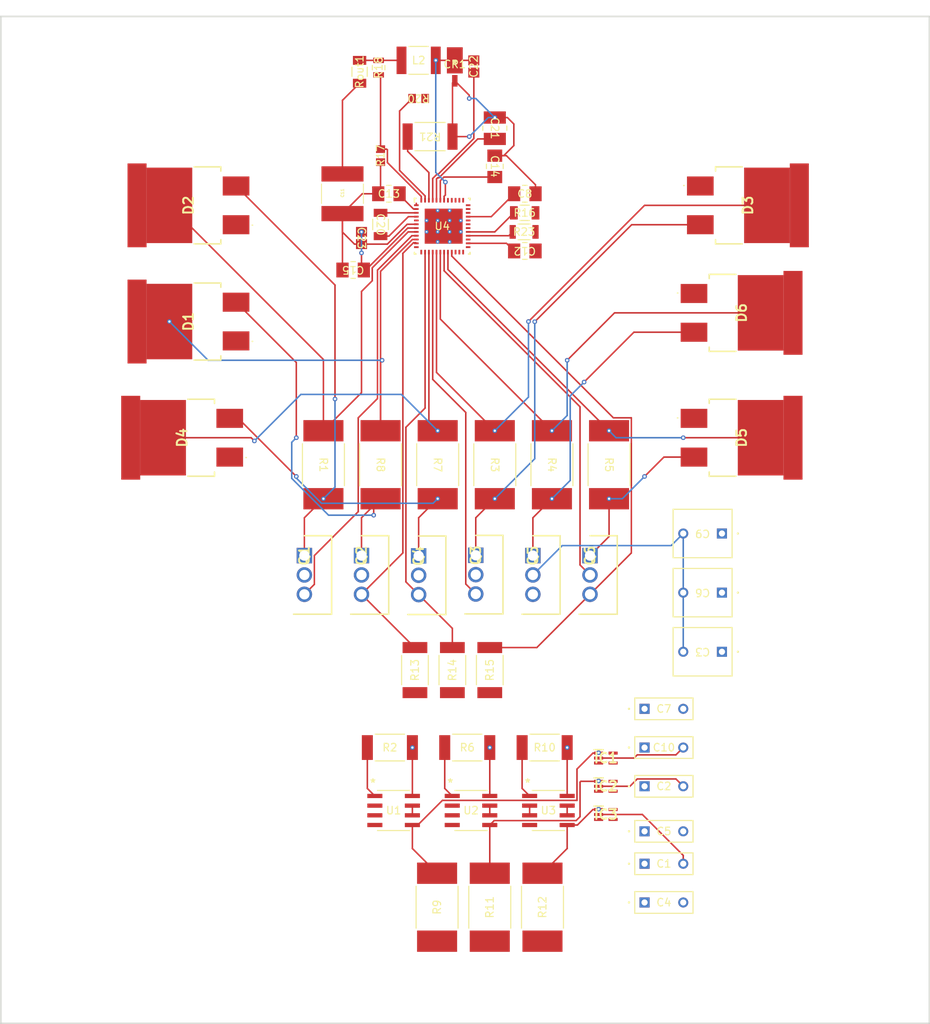
<source format=kicad_pcb>
(kicad_pcb (version 20240108) (generator "pcbnew") (generator_version "8.0")
  (layers (0 "F.Cu" signal) (1 "In1.Cu" signal) (2 "In2.Cu" signal) (31 "B.Cu" signal) (34 "B.Paste" user) (35 "F.Paste" user) (36 "B.SilkS" user "B.Silkscreen") (37 "F.SilkS" user "F.Silkscreen") (38 "B.Mask" user) (39 "F.Mask" user) (44 "Edge.Cuts" user))
  (net 0 "")
  (net 1 "GND")
  (net 2 "Net-(IC3-B)")
  (net 3 "Net-(IC2-B)")
  (net 4 "/ATV Motor Driver/Supply")
  (net 5 "/ATV Motor Driver/SW3")
  (net 6 "/ATV Motor Driver/SW2")
  (net 7 "/ATV Motor Driver/SW1")
  (net 8 "Net-(U4-ENABLE)")
  (net 9 "Net-(IC1-B)")
  (net 10 "Net-(U4-VREF)")
  (net 11 "Net-(U4-VGLS)")
  (net 12 "Net-(U4-VIN)")
  (net 13 "Net-(U4-VCP)")
  (net 14 "Net-(U4-CPH)")
  (net 15 "Net-(U4-CPL)")
  (net 16 "Net-(U4-VCC)")
  (net 17 "Net-(U4-SW)")
  (net 18 "Net-(U4-BST)")
  (net 19 "Net-(D1-A)")
  (net 22 "/ATV Motor Driver/GL_A")
  (net 23 "/ATV Motor Driver/GH_A")
  (net 25 "Net-(D2-A)")
  (net 28 "/ATV Motor Driver/GH_B")
  (net 29 "Net-(D3-A)")
  (net 33 "/ATV Motor Driver/GL_B")
  (net 34 "Net-(D4-A)")
  (net 37 "Net-(D5-A)")
  (net 38 "/ATV Motor Driver/GL_C")
  (net 39 "Net-(D6-A)")
  (net 42 "/ATV Motor Driver/GH_C")
  (net 43 "/ATV Motor Driver/CURRENT_FILTER")
  (net 47 "/ATV Motor Driver/SH_A")
  (net 48 "/ATV Motor Driver/SPA")
  (net 49 "/ATV Motor Driver/SH_B")
  (net 50 "/ATV Motor Driver/SPB")
  (net 51 "/ATV Motor Driver/SH_C")
  (net 52 "/ATV Motor Driver/SPC")
  (net 53 "/ATV Motor Driver/PH_A")
  (net 54 "/ATV Motor Driver/PH_B")
  (net 55 "/ATV Motor Driver/CURRENT_A")
  (net 56 "/ATV Motor Driver/PH_C")
  (net 57 "/ATV Motor Driver/CURRENT_B")
  (net 58 "/ATV Motor Driver/CURRENT_C")
  (net 59 "Net-(U4-FB)")
  (net 60 "VCC")
  (net 61 "Net-(U4-RT_SD)")
  (net 63 "Net-(U4-RCL)")
  (net 64 "Net-(C11-Pad2)")
  (net 65 "Net-(U1-VREF1)")
  (net 67 "Net-(U2-VREF1)")
  (net 69 "Net-(U3-VREF1)")
  (net 71 "/DRV8350rhrgzr/SOC")
  (net 72 "/DRV8350rhrgzr/SOA")
  (net 73 "/DRV8350rhrgzr/INLA")
  (net 75 "/DRV8350rhrgzr/SDO")
  (net 76 "/DRV8350rhrgzr/INLB")
  (net 77 "/DRV8350rhrgzr/SOB")
  (net 78 "/DRV8350rhrgzr/INLC")
  (net 79 "/DRV8350rhrgzr/INHA")
  (net 80 "/DRV8350rhrgzr/FAULT")
  (net 82 "/DRV8350rhrgzr/INHC")
  (net 84 "/DRV8350rhrgzr/INHB")
  (net 87 "Net-(L2-Pad1)")
  (footprint "ATV_Footprint:RES_3550_TEC" (layer "F.Cu") (at 132.08 137.16 90)
    (property "Reference" "R12" (at 0 0 90) (layer "F.SilkS"))
    (property "Value" "35501K0JT")
    (pad "1" smd rect (at -4.4577 0 90) (size 2.794 5.2578) (layers "F.Cu" "F.Paste" "F.Mask") (net 58 "/ATV Motor Driver/CURRENT_C"))
    (pad "2" smd rect (at 4.4577 0 90) (size 2.794 5.2578) (layers "F.Cu" "F.Paste" "F.Mask") (net 5 "/ATV Motor Driver/SW3"))
  )
  (footprint "ATV_Footprint:RES_VMS-R500-1.0-U_IAT" (layer "F.Cu") (at 132.3651 116.2177)
    (property "Reference" "R10" (at 0 0 0) (layer "F.SilkS"))
    (property "Value" "VMS-R500-1.0-U")
    (pad "1" smd rect (at -2.9567 0) (size 1.4478 3.2512) (layers "F.Cu" "F.Paste" "F.Mask") (net 56 "/ATV Motor Driver/PH_C"))
    (pad "2" smd rect (at 2.9567 0) (size 1.4478 3.2512) (layers "F.Cu" "F.Paste" "F.Mask") (net 51 "/ATV Motor Driver/SH_C"))
  )
  (footprint "ATV_Footprint:CAP_R82E-7P5X6P1-5P0_KEM" (layer "F.Cu") (at 155.6418 88.1413 180)
    (property "Reference" "C9" (at 2.54 0 180) (layer "F.SilkS"))
    (property "Value" "R82EC4100DQ70J")
    (pad "1" thru_hole rect (at 0 0 180) (size 1.3208 1.3208) (drill 0.8128) (layers "*.Cu" "*.Mask") (net 1 "GND"))
    (pad "2" thru_hole circle (at 5.08 0 180) (size 1.3208 1.3208) (drill 0.8128) (layers "*.Cu" "*.Mask") (net 4 "/ATV Motor Driver/Supply"))
  )
  (footprint "ATV_Footprint:CAP_R82E-7P4X2P6-5P0_KEM" (layer "F.Cu") (at 145.4818 116.2177)
    (property "Reference" "C10" (at 2.54 0 0) (layer "F.SilkS"))
    (property "Value" "R82EC2150AA50K")
    (pad "1" thru_hole rect (at 0 0) (size 1.3208 1.3208) (drill 0.8128) (layers "*.Cu" "*.Mask") (net 1 "GND"))
    (pad "2" thru_hole circle (at 5.08 0) (size 1.3208 1.3208) (drill 0.8128) (layers "*.Cu" "*.Mask") (net 9 "Net-(IC1-B)"))
  )
  (footprint "ATV_Footprint:CAP_R82E-7P4X2P6-5P0_KEM" (layer "F.Cu") (at 145.4818 121.2977)
    (property "Reference" "C2" (at 2.54 0 0) (layer "F.SilkS"))
    (property "Value" "R82EC2150AA50K")
    (pad "1" thru_hole rect (at 0 0) (size 1.3208 1.3208) (drill 0.8128) (layers "*.Cu" "*.Mask") (net 1 "GND"))
    (pad "2" thru_hole circle (at 5.08 0) (size 1.3208 1.3208) (drill 0.8128) (layers "*.Cu" "*.Mask") (net 3 "Net-(IC2-B)"))
  )
  (footprint "ATV_Footprint:CAPC370195_180N_KEM" (layer "F.Cu") (at 125.8218 39.980498 -90)
    (property "Reference" "C14" (at 0 0 -90) (layer "F.SilkS"))
    (property "Value" "C1206X105K1RACAUTO")
    (pad "1" smd rect (at -1.402798 0 270) (size 1.605597 1.949996) (layers "F.Cu" "F.Paste" "F.Mask") (net 1 "GND"))
    (pad "2" smd rect (at 1.402798 0 270) (size 1.605597 1.949996) (layers "F.Cu" "F.Paste" "F.Mask") (net 12 "Net-(U4-VIN)"))
  )
  (footprint "ATV_Footprint:RES_VMS-R500-1.0-U_IAT" (layer "F.Cu") (at 122.2051 116.2177)
    (property "Reference" "R6" (at 0 0 0) (layer "F.SilkS"))
    (property "Value" "VMS-R500-1.0-U")
    (pad "1" smd rect (at -2.9567 0) (size 1.4478 3.2512) (layers "F.Cu" "F.Paste" "F.Mask") (net 54 "/ATV Motor Driver/PH_B"))
    (pad "2" smd rect (at 2.9567 0) (size 1.4478 3.2512) (layers "F.Cu" "F.Paste" "F.Mask") (net 49 "/ATV Motor Driver/SH_B"))
  )
  (footprint "ATV_Footprint:TO254P500X1010X2050-3P" (layer "F.Cu") (at 100.8218 91.0377 -90)
    (property "Reference" "Q1" (at 0 0 -90) (layer "F.SilkS") (effects (font (size 1.27 1.27) (thickness 0.254))))
    (property "Value" "R6020ENXC7G" (hide yes))
    (pad "1" thru_hole rect (at 0 0 270) (size 2.025 2.025) (drill 1.35) (layers "*.Cu" "*.Mask") (net 25 "Net-(D2-A)"))
    (pad "2" thru_hole circle (at 2.54 0 270) (size 2.025 2.025) (drill 1.35) (layers "*.Cu" "*.Mask") (net 4 "/ATV Motor Driver/Supply"))
    (pad "3" thru_hole circle (at 5.08 0 270) (size 2.025 2.025) (drill 1.35) (layers "*.Cu" "*.Mask") (net 47 "/ATV Motor Driver/SH_A"))
  )
  (footprint "ATV_Footprint:CAPC220145_110N_KEM" (layer "F.Cu") (at 108.3218 49.380499 -90)
    (property "Reference" "C23" (at 0 0 -90) (layer "F.SilkS"))
    (property "Value" "C0805C104K1RECAUTO")
    (pad "1" smd rect (at -0.802799 0 270) (size 1.305598 1.449997) (layers "F.Cu" "F.Paste" "F.Mask") (net 13 "Net-(U4-VCP)"))
    (pad "2" smd rect (at 0.802799 0 270) (size 1.305598 1.449997) (layers "F.Cu" "F.Paste" "F.Mask") (net 1 "GND"))
  )
  (footprint "ATV_Footprint:RES_3550_TEC" (layer "F.Cu") (at 110.8218 79.12 -90)
    (property "Reference" "R8" (at 0 0 -90) (layer "F.SilkS"))
    (property "Value" "35501K0JT")
    (pad "1" smd rect (at -4.4577 0 270) (size 2.794 5.2578) (layers "F.Cu" "F.Paste" "F.Mask") (net 22 "/ATV Motor Driver/GL_A"))
    (pad "2" smd rect (at 4.4577 0 270) (size 2.794 5.2578) (layers "F.Cu" "F.Paste" "F.Mask") (net 19 "Net-(D1-A)"))
  )
  (footprint "ATV_Footprint:RES_3550_TEC" (layer "F.Cu") (at 103.3218 79.12 -90)
    (property "Reference" "R1" (at 0 0 -90) (layer "F.SilkS"))
    (property "Value" "35501K0JT")
    (pad "1" smd rect (at -4.4577 0 270) (size 2.794 5.2578) (layers "F.Cu" "F.Paste" "F.Mask") (net 23 "/ATV Motor Driver/GH_A"))
    (pad "2" smd rect (at 4.4577 0 270) (size 2.794 5.2578) (layers "F.Cu" "F.Paste" "F.Mask") (net 25 "Net-(D2-A)"))
  )
  (footprint "ATV_Footprint:R_8_ADI" (layer "F.Cu") (at 122.698 124.4727)
    (property "Reference" "U2" (at 0 0 0) (layer "F.SilkS"))
    (property "Value" "AD8418WBRZ")
    (fp_text user "*" (at -2.7178 -3.6068 0) (layer "F.SilkS"))
    (fp_text user "*" (at -2.7178 -3.6068 0) (layer "F.SilkS"))
    (pad "1" smd rect (at -2.4638 -1.905) (size 1.9812 0.5588) (layers "F.Cu" "F.Paste" "F.Mask") (net 54 "/ATV Motor Driver/PH_B"))
    (pad "2" smd rect (at -2.4638 -0.635) (size 1.9812 0.5588) (layers "F.Cu" "F.Paste" "F.Mask") (net 1 "GND"))
    (pad "3" smd rect (at -2.4638 0.635) (size 1.9812 0.5588) (layers "F.Cu" "F.Paste" "F.Mask") (net 1 "GND"))
    (pad "4" smd rect (at -2.4638 1.905) (size 1.9812 0.5588) (layers "F.Cu" "F.Paste" "F.Mask"))
    (pad "5" smd rect (at 2.4638 1.905) (size 1.9812 0.5588) (layers "F.Cu" "F.Paste" "F.Mask") (net 6 "/ATV Motor Driver/SW2"))
    (pad "6" smd rect (at 2.4638 0.635) (size 1.9812 0.5588) (layers "F.Cu" "F.Paste" "F.Mask") (net 67 "Net-(U2-VREF1)"))
    (pad "7" smd rect (at 2.4638 -0.635) (size 1.9812 0.5588) (layers "F.Cu" "F.Paste" "F.Mask") (net 67 "Net-(U2-VREF1)"))
    (pad "8" smd rect (at 2.4638 -1.905) (size 1.9812 0.5588) (layers "F.Cu" "F.Paste" "F.Mask") (net 49 "/ATV Motor Driver/SH_B"))
  )
  (footprint "ATV_Footprint:STA_RMCF1206_STP" (layer "F.Cu") (at 129.7442 46.0777)
    (property "Reference" "R16" (at 0 0 0) (layer "F.SilkS"))
    (property "Value" "RMCF1206JT1K00")
    (pad "1" smd rect (at -1.4224 0) (size 1.016 1.7526) (layers "F.Cu" "F.Paste" "F.Mask") (net 75 "/DRV8350rhrgzr/SDO"))
    (pad "2" smd rect (at 1.4224 0) (size 1.016 1.7526) (layers "F.Cu" "F.Paste" "F.Mask"))
  )
  (footprint "ATV_Footprint:CAPC6153X670N" (layer "F.Cu") (at 105.8218 43.5777 90)
    (property "Reference" "C11" (at 0.103 0 90) (layer "F.SilkS") (effects (font (size 0.393701 0.393701))))
    (property "Value" "KRM55WR72A226MH01L")
    (pad "1" smd rect (at -2.603 0 90) (size 2 5.52) (layers "F.Cu" "F.Paste" "F.Mask") (net 1 "GND"))
    (pad "2" smd rect (at 2.603 0 90) (size 2 5.52) (layers "F.Cu" "F.Paste" "F.Mask") (net 64 "Net-(C11-Pad2)"))
  )
  (footprint "ATV_Footprint:R_8_ADI" (layer "F.Cu") (at 112.538 124.4727)
    (property "Reference" "U1" (at 0 0 0) (layer "F.SilkS"))
    (property "Value" "AD8418WBRZ")
    (fp_text user "*" (at -2.7178 -3.6068 0) (layer "F.SilkS"))
    (fp_text user "*" (at -2.7178 -3.6068 0) (layer "F.SilkS"))
    (pad "1" smd rect (at -2.4638 -1.905) (size 1.9812 0.5588) (layers "F.Cu" "F.Paste" "F.Mask") (net 53 "/ATV Motor Driver/PH_A"))
    (pad "2" smd rect (at -2.4638 -0.635) (size 1.9812 0.5588) (layers "F.Cu" "F.Paste" "F.Mask") (net 1 "GND"))
    (pad "3" smd rect (at -2.4638 0.635) (size 1.9812 0.5588) (layers "F.Cu" "F.Paste" "F.Mask") (net 1 "GND"))
    (pad "4" smd rect (at -2.4638 1.905) (size 1.9812 0.5588) (layers "F.Cu" "F.Paste" "F.Mask"))
    (pad "5" smd rect (at 2.4638 1.905) (size 1.9812 0.5588) (layers "F.Cu" "F.Paste" "F.Mask") (net 7 "/ATV Motor Driver/SW1"))
    (pad "6" smd rect (at 2.4638 0.635) (size 1.9812 0.5588) (layers "F.Cu" "F.Paste" "F.Mask") (net 65 "Net-(U1-VREF1)"))
    (pad "7" smd rect (at 2.4638 -0.635) (size 1.9812 0.5588) (layers "F.Cu" "F.Paste" "F.Mask") (net 65 "Net-(U1-VREF1)"))
    (pad "8" smd rect (at 2.4638 -1.905) (size 1.9812 0.5588) (layers "F.Cu" "F.Paste" "F.Mask") (net 47 "/ATV Motor Driver/SH_A"))
  )
  (footprint "ATV_Footprint:CAP_R82E-7P4X2P6-5P0_KEM" (layer "F.Cu") (at 145.4818 127.2065)
    (property "Reference" "C5" (at 2.54 0 0) (layer "F.SilkS"))
    (property "Value" "R82EC1100AA50J")
    (pad "1" thru_hole rect (at 0 0) (size 1.3208 1.3208) (drill 0.8128) (layers "*.Cu" "*.Mask") (net 1 "GND"))
    (pad "2" thru_hole circle (at 5.08 0) (size 1.3208 1.3208) (drill 0.8128) (layers "*.Cu" "*.Mask") (net 6 "/ATV Motor Driver/SW2"))
  )
  (footprint "ATV_Footprint:YQ30NL10SEFHTL" (layer "F.Cu") (at 85.3518 60.3377 90)
    (property "Reference" "D1" (at 0 0.25 90) (layer "F.SilkS") (effects (font (size 1.27 1.27) (thickness 0.254))))
    (property "Value" "YQ20NL10SDTL" (hide yes))
    (pad "1" smd rect (at -2.54 6.5 90) (size 2.5 3.5) (layers "F.Cu" "F.Paste" "F.Mask"))
    (pad "2" smd rect (at 0 -2.25 180) (size 6 9.9) (layers "F.Cu" "F.Paste" "F.Mask") (net 22 "/ATV Motor Driver/GL_A"))
    (pad "3" smd rect (at 2.54 6.5 90) (size 2.5 3.5) (layers "F.Cu" "F.Paste" "F.Mask") (net 19 "Net-(D1-A)"))
    (pad "4" smd rect (at 0 -6.5 180) (size 2.5 11) (layers "F.Cu" "F.Paste" "F.Mask"))
  )
  (footprint "ATV_Footprint:YQ30NL10SEFHTL" (layer "F.Cu") (at 159.3018 45.0977 -90)
    (property "Reference" "D3" (at 0 0.25 90) (layer "F.SilkS") (effects (font (size 1.27 1.27) (thickness 0.254))))
    (property "Value" "YQ20NL10SDTL" (hide yes))
    (pad "1" smd rect (at -2.54 6.5 270) (size 2.5 3.5) (layers "F.Cu" "F.Paste" "F.Mask"))
    (pad "2" smd rect (at 0 -2.25) (size 6 9.9) (layers "F.Cu" "F.Paste" "F.Mask") (net 28 "/ATV Motor Driver/GH_B"))
    (pad "3" smd rect (at 2.54 6.5 270) (size 2.5 3.5) (layers "F.Cu" "F.Paste" "F.Mask") (net 29 "Net-(D3-A)"))
    (pad "4" smd rect (at 0 -6.5) (size 2.5 11) (layers "F.Cu" "F.Paste" "F.Mask"))
  )
  (footprint "ATV_Footprint:RES_3550_TEC" (layer "F.Cu") (at 133.3218 79.12 -90)
    (property "Reference" "R4" (at 0 0 -90) (layer "F.SilkS"))
    (property "Value" "35501K0JT")
    (pad "1" smd rect (at -4.4577 0 270) (size 2.794 5.2578) (layers "F.Cu" "F.Paste" "F.Mask") (net 42 "/ATV Motor Driver/GH_C"))
    (pad "2" smd rect (at 4.4577 0 270) (size 2.794 5.2578) (layers "F.Cu" "F.Paste" "F.Mask") (net 39 "Net-(D6-A)"))
  )
  (footprint "ATV_Footprint:CAPC220145_88N_KEM" (layer "F.Cu") (at 123.0697 26.880499 90)
    (property "Reference" "C22" (at 0 0 90) (layer "F.SilkS"))
    (property "Value" "C0805C103K1RACAUTO")
    (pad "1" smd rect (at -0.802799 0 90) (size 1.305598 1.449997) (layers "F.Cu" "F.Paste" "F.Mask") (net 18 "Net-(U4-BST)"))
    (pad "2" smd rect (at 0.802799 0 90) (size 1.305598 1.449997) (layers "F.Cu" "F.Paste" "F.Mask") (net 17 "Net-(U4-SW)"))
  )
  (footprint "ATV_Footprint:CAPC370195_180N_KEM" (layer "F.Cu") (at 129.763802 51.0777 180)
    (property "Reference" "C12" (at 0 0 180) (layer "F.SilkS"))
    (property "Value" "C1206X105K1RACAUTO")
    (pad "1" smd rect (at -1.402798 0 180) (size 1.605597 1.949996) (layers "F.Cu" "F.Paste" "F.Mask") (net 1 "GND"))
    (pad "2" smd rect (at 1.402798 0 180) (size 1.605597 1.949996) (layers "F.Cu" "F.Paste" "F.Mask") (net 10 "Net-(U4-VREF)"))
  )
  (footprint "ATV_Footprint:CAP_R82E-7P4X2P6-5P0_KEM" (layer "F.Cu") (at 145.4818 111.1377)
    (property "Reference" "C7" (at 2.54 0 0) (layer "F.SilkS"))
    (property "Value" "R82EC1100AA50J")
    (pad "1" thru_hole rect (at 0 0) (size 1.3208 1.3208) (drill 0.8128) (layers "*.Cu" "*.Mask") (net 1 "GND"))
    (pad "2" thru_hole circle (at 5.08 0) (size 1.3208 1.3208) (drill 0.8128) (layers "*.Cu" "*.Mask") (net 7 "/ATV Motor Driver/SW1"))
  )
  (footprint "ATV_Footprint:TO254P500X1010X2050-3P" (layer "F.Cu") (at 138.3218 91.0377 -90)
    (property "Reference" "Q6" (at 0 0 -90) (layer "F.SilkS") (effects (font (size 1.27 1.27) (thickness 0.254))))
    (property "Value" "R6020ENXC7G" (hide yes))
    (pad "1" thru_hole rect (at 0 0 270) (size 2.025 2.025) (drill 1.35) (layers "*.Cu" "*.Mask") (net 37 "Net-(D5-A)"))
    (pad "2" thru_hole circle (at 2.54 0 270) (size 2.025 2.025) (drill 1.35) (layers "*.Cu" "*.Mask") (net 51 "/ATV Motor Driver/SH_C"))
    (pad "3" thru_hole circle (at 5.08 0 270) (size 2.025 2.025) (drill 1.35) (layers "*.Cu" "*.Mask") (net 52 "/ATV Motor Driver/SPC"))
  )
  (footprint "ATV_Footprint:RES_VMS-R500-1.0-U_IAT" (layer "F.Cu") (at 125.1618 106.0577 90)
    (property "Reference" "R15" (at 0 0 90) (layer "F.SilkS"))
    (property "Value" "VMS-R500-1.0-U")
    (pad "1" smd rect (at -2.9567 0 90) (size 1.4478 3.2512) (layers "F.Cu" "F.Paste" "F.Mask") (net 1 "GND"))
    (pad "2" smd rect (at 2.9567 0 90) (size 1.4478 3.2512) (layers "F.Cu" "F.Paste" "F.Mask") (net 52 "/ATV Motor Driver/SPC"))
  )
  (footprint "ATV_Footprint:CAPC340180_180N_KEM" (layer "F.Cu") (at 110.8218 47.605497 -90)
    (property "Reference" "C20" (at 0 0 -90) (layer "F.SilkS"))
    (property "Value" "C1206C474K1RECAUTO")
    (pad "1" smd rect (at -1.527797 0 270) (size 1.055598 1.799996) (layers "F.Cu" "F.Paste" "F.Mask") (net 15 "Net-(U4-CPL)"))
    (pad "2" smd rect (at 1.527797 0 270) (size 1.055598 1.799996) (layers "F.Cu" "F.Paste" "F.Mask") (net 14 "Net-(U4-CPH)"))
  )
  (footprint "ATV_Footprint:TO254P500X1010X2050-3P" (layer "F.Cu") (at 130.8218 91.0377 -90)
    (property "Reference" "Q5" (at 0 0 -90) (layer "F.SilkS") (effects (font (size 1.27 1.27) (thickness 0.254))))
    (property "Value" "R6020ENXC7G" (hide yes))
    (pad "1" thru_hole rect (at 0 0 270) (size 2.025 2.025) (drill 1.35) (layers "*.Cu" "*.Mask") (net 39 "Net-(D6-A)"))
    (pad "2" thru_hole circle (at 2.54 0 270) (size 2.025 2.025) (drill 1.35) (layers "*.Cu" "*.Mask") (net 4 "/ATV Motor Driver/Supply"))
    (pad "3" thru_hole circle (at 5.08 0 270) (size 2.025 2.025) (drill 1.35) (layers "*.Cu" "*.Mask") (net 51 "/ATV Motor Driver/SH_C"))
  )
  (footprint "ATV_Footprint:CAPC370195_180N_KEM" (layer "F.Cu") (at 107.224598 53.5777 180)
    (property "Reference" "C15" (at 0 0 180) (layer "F.SilkS"))
    (property "Value" "C1206X105K1RACAUTO")
    (pad "1" smd rect (at -1.402798 0 180) (size 1.605597 1.949996) (layers "F.Cu" "F.Paste" "F.Mask") (net 13 "Net-(U4-VCP)"))
    (pad "2" smd rect (at 1.402798 0 180) (size 1.605597 1.949996) (layers "F.Cu" "F.Paste" "F.Mask") (net 1 "GND"))
  )
  (footprint "ATV_Footprint:YQ30NL10SEFHTL" (layer "F.Cu") (at 85.3518 45.0977 90)
    (property "Reference" "D2" (at 0 0.25 90) (layer "F.SilkS") (effects (font (size 1.27 1.27) (thickness 0.254))))
    (property "Value" "YQ20NL10SDTL" (hide yes))
    (pad "1" smd rect (at -2.54 6.5 90) (size 2.5 3.5) (layers "F.Cu" "F.Paste" "F.Mask"))
    (pad "2" smd rect (at 0 -2.25 180) (size 6 9.9) (layers "F.Cu" "F.Paste" "F.Mask") (net 23 "/ATV Motor Driver/GH_A"))
    (pad "3" smd rect (at 2.54 6.5 90) (size 2.5 3.5) (layers "F.Cu" "F.Paste" "F.Mask") (net 25 "Net-(D2-A)"))
    (pad "4" smd rect (at 0 -6.5 180) (size 2.5 11) (layers "F.Cu" "F.Paste" "F.Mask"))
  )
  (footprint "ATV_Footprint:RES_RMCF1206_STP" (layer "F.Cu") (at 108.0697 27.5763 90)
    (property "Reference" "Rout1" (at 0 0 90) (layer "F.SilkS"))
    (property "Value" "RMCF1206FT3R00")
    (pad "1" smd rect (at -1.4986 0 90) (size 1.1684 1.7526) (layers "F.Cu" "F.Paste" "F.Mask") (net 64 "Net-(C11-Pad2)"))
    (pad "2" smd rect (at 1.4986 0 90) (size 1.1684 1.7526) (layers "F.Cu" "F.Paste" "F.Mask") (net 87 "Net-(L2-Pad1)"))
  )
  (footprint "ATV_Footprint:RES_RMCF2512_STP" (layer "F.Cu") (at 117.3218 36.0777 180)
    (property "Reference" "R21" (at 0 0 180) (layer "F.SilkS"))
    (property "Value" "RMCF2512FT332K")
    (pad "1" smd rect (at -2.9464 0 180) (size 1.3208 3.4544) (layers "F.Cu" "F.Paste" "F.Mask") (net 1 "GND"))
    (pad "2" smd rect (at 2.9464 0 180) (size 1.3208 3.4544) (layers "F.Cu" "F.Paste" "F.Mask") (net 63 "Net-(U4-RCL)"))
  )
  (footprint "ATV_Footprint:TO254P500X1010X2050-3P" (layer "F.Cu") (at 115.8218 91.0777 -90)
    (property "Reference" "Q4" (at 0 0 -90) (layer "F.SilkS") (effects (font (size 1.27 1.27) (thickness 0.254))))
    (property "Value" "R6020ENXC7G" (hide yes))
    (pad "1" thru_hole rect (at 0 0 270) (size 2.025 2.025) (drill 1.35) (layers "*.Cu" "*.Mask") (net 34 "Net-(D4-A)"))
    (pad "2" thru_hole circle (at 2.54 0 270) (size 2.025 2.025) (drill 1.35) (layers "*.Cu" "*.Mask") (net 49 "/ATV Motor Driver/SH_B"))
    (pad "3" thru_hole circle (at 5.08 0 270) (size 2.025 2.025) (drill 1.35) (layers "*.Cu" "*.Mask") (net 50 "/ATV Motor Driver/SPB"))
  )
  (footprint "ATV_Footprint:RC0805N_PAN" (layer "F.Cu") (at 115.8218 31.0777 180)
    (property "Reference" "R20" (at 0 0 180) (layer "F.SilkS"))
    (property "Value" "ERJ-6ENF3243V")
    (pad "1" smd rect (at -0.852799 0 180) (size 1.005599 1.199998) (layers "F.Cu" "F.Paste" "F.Mask"))
    (pad "2" smd rect (at 0.852799 0 180) (size 1.005599 1.199998) (layers "F.Cu" "F.Paste" "F.Mask") (net 61 "Net-(U4-RT_SD)"))
  )
  (footprint "ATV_Footprint:SOT65P210X110-5N" (layer "F.Cu") (at 140.4018 121.2977)
    (property "Reference" "IC2" (at 0 0 0) (layer "F.SilkS") (effects (font (size 1.27 1.27) (thickness 0.254))))
    (property "Value" "SN74LVC1G66DCKR" (hide yes))
    (pad "1" smd rect (at -0.95 -0.65 90) (size 0.4 1.2) (layers "F.Cu" "F.Paste" "F.Mask") (net 6 "/ATV Motor Driver/SW2"))
    (pad "2" smd rect (at -0.95 0 90) (size 0.4 1.2) (layers "F.Cu" "F.Paste" "F.Mask") (net 3 "Net-(IC2-B)"))
    (pad "3" smd rect (at -0.95 0.65 90) (size 0.4 1.2) (layers "F.Cu" "F.Paste" "F.Mask") (net 1 "GND"))
    (pad "4" smd rect (at 0.95 0.65 90) (size 0.4 1.2) (layers "F.Cu" "F.Paste" "F.Mask") (net 43 "/ATV Motor Driver/CURRENT_FILTER"))
    (pad "5" smd rect (at 0.95 -0.65 90) (size 0.4 1.2) (layers "F.Cu" "F.Paste" "F.Mask"))
  )
  (footprint "ATV_Footprint:CAP_R82E-7P5X6P1-5P0_KEM" (layer "F.Cu") (at 155.6418 103.6541 180)
    (property "Reference" "C3" (at 2.54 0 180) (layer "F.SilkS"))
    (property "Value" "R82EC4100DQ70J")
    (pad "1" thru_hole rect (at 0 0 180) (size 1.3208 1.3208) (drill 0.8128) (layers "*.Cu" "*.Mask") (net 1 "GND"))
    (pad "2" thru_hole circle (at 5.08 0 180) (size 1.3208 1.3208) (drill 0.8128) (layers "*.Cu" "*.Mask") (net 4 "/ATV Motor Driver/Supply"))
  )
  (footprint "ATV_Footprint:RES_3550_TEC" (layer "F.Cu") (at 118.2436 137.16 90)
    (property "Reference" "R9" (at 0 0 90) (layer "F.SilkS"))
    (property "Value" "35501K0JT")
    (pad "1" smd rect (at -4.4577 0 90) (size 2.794 5.2578) (layers "F.Cu" "F.Paste" "F.Mask") (net 55 "/ATV Motor Driver/CURRENT_A"))
    (pad "2" smd rect (at 4.4577 0 90) (size 2.794 5.2578) (layers "F.Cu" "F.Paste" "F.Mask") (net 7 "/ATV Motor Driver/SW1"))
  )
  (footprint "ATV_Footprint:SOT65P210X110-5N" (layer "F.Cu") (at 140.4018 124.9977)
    (property "Reference" "IC3" (at 0 0 0) (layer "F.SilkS") (effects (font (size 1.27 1.27) (thickness 0.254))))
    (property "Value" "SN74LVC1G66DCKR" (hide yes))
    (pad "1" smd rect (at -0.95 -0.65 90) (size 0.4 1.2) (layers "F.Cu" "F.Paste" "F.Mask") (net 5 "/ATV Motor Driver/SW3"))
    (pad "2" smd rect (at -0.95 0 90) (size 0.4 1.2) (layers "F.Cu" "F.Paste" "F.Mask") (net 2 "Net-(IC3-B)"))
    (pad "3" smd rect (at -0.95 0.65 90) (size 0.4 1.2) (layers "F.Cu" "F.Paste" "F.Mask") (net 1 "GND"))
    (pad "4" smd rect (at 0.95 0.65 90) (size 0.4 1.2) (layers "F.Cu" "F.Paste" "F.Mask") (net 43 "/ATV Motor Driver/CURRENT_FILTER"))
    (pad "5" smd rect (at 0.95 -0.65 90) (size 0.4 1.2) (layers "F.Cu" "F.Paste" "F.Mask"))
  )
  (footprint "ATV_Footprint:YQ30NL10SEFHTL" (layer "F.Cu") (at 158.4718 59.1977 -90)
    (property "Reference" "D6" (at 0 0.25 90) (layer "F.SilkS") (effects (font (size 1.27 1.27) (thickness 0.254))))
    (property "Value" "YQ20NL10SDTL" (hide yes))
    (pad "1" smd rect (at -2.54 6.5 270) (size 2.5 3.5) (layers "F.Cu" "F.Paste" "F.Mask"))
    (pad "2" smd rect (at 0 -2.25) (size 6 9.9) (layers "F.Cu" "F.Paste" "F.Mask") (net 42 "/ATV Motor Driver/GH_C"))
    (pad "3" smd rect (at 2.54 6.5 270) (size 2.5 3.5) (layers "F.Cu" "F.Paste" "F.Mask") (net 39 "Net-(D6-A)"))
    (pad "4" smd rect (at 0 -6.5) (size 2.5 11) (layers "F.Cu" "F.Paste" "F.Mask"))
  )
  (footprint "ATV_Footprint:STA_RNCF1206_STP" (layer "F.Cu") (at 129.668 48.5777)
    (property "Reference" "R23" (at 0 0 0) (layer "F.SilkS"))
    (property "Value" "RNCF1206TKY10K0")
    (pad "1" smd rect (at -1.4986 0) (size 0.8128 1.8034) (layers "F.Cu" "F.Paste" "F.Mask") (net 80 "/DRV8350rhrgzr/FAULT"))
    (pad "2" smd rect (at 1.4986 0) (size 0.8128 1.8034) (layers "F.Cu" "F.Paste" "F.Mask"))
  )
  (footprint "ATV_Footprint:POWERMITE1_DO-216AA_MIS_MCH" (layer "F.Cu") (at 120.5697 26.5984)
    (property "Reference" "CR1" (at 0 0 0) (layer "F.SilkS"))
    (property "Value" "UPS115UE3/TR7")
    (fp_text user "*" (at 0 0 0) (layer "F.SilkS"))
    (fp_text user "*" (at 0 0 0) (layer "F.SilkS"))
    (pad "1" smd rect (at 0 -0.5207) (size 2.0828 3.429) (layers "F.Cu" "F.Paste" "F.Mask") (net 17 "Net-(U4-SW)"))
    (pad "2" smd rect (at 0 2.159) (size 0.7112 1.524) (layers "F.Cu" "F.Paste" "F.Mask") (net 1 "GND"))
  )
  (footprint "ATV_Footprint:YQ30NL10SEFHTL" (layer "F.Cu") (at 158.4718 75.5777 -90)
    (property "Reference" "D5" (at 0 0.25 90) (layer "F.SilkS") (effects (font (size 1.27 1.27) (thickness 0.254))))
    (property "Value" "YQ20NL10SDTL" (hide yes))
    (pad "1" smd rect (at -2.54 6.5 270) (size 2.5 3.5) (layers "F.Cu" "F.Paste" "F.Mask"))
    (pad "2" smd rect (at 0 -2.25) (size 6 9.9) (layers "F.Cu" "F.Paste" "F.Mask") (net 38 "/ATV Motor Driver/GL_C"))
    (pad "3" smd rect (at 2.54 6.5 270) (size 2.5 3.5) (layers "F.Cu" "F.Paste" "F.Mask") (net 37 "Net-(D5-A)"))
    (pad "4" smd rect (at 0 -6.5) (size 2.5 11) (layers "F.Cu" "F.Paste" "F.Mask"))
  )
  (footprint "ATV_Footprint:RES_VMS-R500-1.0-U_IAT" (layer "F.Cu") (at 120.2502 106.0577 90)
    (property "Reference" "R14" (at 0 0 90) (layer "F.SilkS"))
    (property "Value" "VMS-R500-1.0-U")
    (pad "1" smd rect (at -2.9567 0 90) (size 1.4478 3.2512) (layers "F.Cu" "F.Paste" "F.Mask") (net 1 "GND"))
    (pad "2" smd rect (at 2.9567 0 90) (size 1.4478 3.2512) (layers "F.Cu" "F.Paste" "F.Mask") (net 50 "/ATV Motor Driver/SPB"))
  )
  (footprint "ATV_Footprint:RGZ0048L" (layer "F.Cu") (at 118.918799 47.827699)
    (property "Reference" "U4" (at 0 0 0) (layer "F.SilkS"))
    (property "Value" "DRV8353RHRGZR")
    (pad "1" smd rect (at -3.400001 -2.75 90) (size 0.24 0.599999) (layers "F.Cu" "F.Paste" "F.Mask") (net 1 "GND"))
    (pad "2" smd rect (at -3.400001 -2.250001 90) (size 0.24 0.599999) (layers "F.Cu" "F.Paste" "F.Mask") (net 11 "Net-(U4-VGLS)"))
    (pad "3" smd rect (at -3.400001 -1.749999 90) (size 0.24 0.599999) (layers "F.Cu" "F.Paste" "F.Mask") (net 15 "Net-(U4-CPL)"))
    (pad "4" smd rect (at -3.400001 -1.25 90) (size 0.24 0.599999) (layers "F.Cu" "F.Paste" "F.Mask") (net 14 "Net-(U4-CPH)"))
    (pad "5" smd rect (at -3.400001 -0.749998 90) (size 0.24 0.599999) (layers "F.Cu" "F.Paste" "F.Mask") (net 1 "GND"))
    (pad "6" smd rect (at -3.400001 -0.25 90) (size 0.24 0.599999) (layers "F.Cu" "F.Paste" "F.Mask") (net 1 "GND"))
    (pad "7" smd rect (at -3.400001 0.25 90) (size 0.24 0.599999) (layers "F.Cu" "F.Paste" "F.Mask") (net 13 "Net-(U4-VCP)"))
    (pad "8" smd rect (at -3.400001 0.750001 90) (size 0.24 0.599999) (layers "F.Cu" "F.Paste" "F.Mask") (net 23 "/ATV Motor Driver/GH_A"))
    (pad "9" smd rect (at -3.400001 1.25 90) (size 0.24 0.599999) (layers "F.Cu" "F.Paste" "F.Mask") (net 47 "/ATV Motor Driver/SH_A"))
    (pad "10" smd rect (at -3.400001 1.750002 90) (size 0.24 0.599999) (layers "F.Cu" "F.Paste" "F.Mask") (net 22 "/ATV Motor Driver/GL_A"))
    (pad "11" smd rect (at -3.400001 2.250001 90) (size 0.24 0.599999) (layers "F.Cu" "F.Paste" "F.Mask") (net 48 "/ATV Motor Driver/SPA"))
    (pad "12" smd rect (at -3.400001 2.75 90) (size 0.24 0.599999) (layers "F.Cu" "F.Paste" "F.Mask") (net 1 "GND"))
    (pad "13" smd rect (at -2.75 3.400001) (size 0.24 0.599999) (layers "F.Cu" "F.Paste" "F.Mask") (net 1 "GND"))
    (pad "14" smd rect (at -2.250001 3.400001) (size 0.24 0.599999) (layers "F.Cu" "F.Paste" "F.Mask") (net 50 "/ATV Motor Driver/SPB"))
    (pad "15" smd rect (at -1.749999 3.400001) (size 0.24 0.599999) (layers "F.Cu" "F.Paste" "F.Mask") (net 33 "/ATV Motor Driver/GL_B"))
    (pad "16" smd rect (at -1.25 3.400001) (size 0.24 0.599999) (layers "F.Cu" "F.Paste" "F.Mask") (net 49 "/ATV Motor Driver/SH_B"))
    (pad "17" smd rect (at -0.749998 3.400001) (size 0.24 0.599999) (layers "F.Cu" "F.Paste" "F.Mask") (net 28 "/ATV Motor Driver/GH_B"))
    (pad "18" smd rect (at -0.25 3.400001) (size 0.24 0.599999) (layers "F.Cu" "F.Paste" "F.Mask") (net 42 "/ATV Motor Driver/GH_C"))
    (pad "19" smd rect (at 0.25 3.400001) (size 0.24 0.599999) (layers "F.Cu" "F.Paste" "F.Mask") (net 51 "/ATV Motor Driver/SH_C"))
    (pad "20" smd rect (at 0.750001 3.400001) (size 0.24 0.599999) (layers "F.Cu" "F.Paste" "F.Mask") (net 38 "/ATV Motor Driver/GL_C"))
    (pad "21" smd rect (at 1.25 3.400001) (size 0.24 0.599999) (layers "F.Cu" "F.Paste" "F.Mask") (net 52 "/ATV Motor Driver/SPC"))
    (pad "22" smd rect (at 1.750002 3.400001) (size 0.24 0.599999) (layers "F.Cu" "F.Paste" "F.Mask") (net 1 "GND"))
    (pad "23" smd rect (at 2.250001 3.400001) (size 0.24 0.599999) (layers "F.Cu" "F.Paste" "F.Mask") (net 71 "/DRV8350rhrgzr/SOC"))
    (pad "24" smd rect (at 2.75 3.400001) (size 0.24 0.599999) (layers "F.Cu" "F.Paste" "F.Mask") (net 77 "/DRV8350rhrgzr/SOB"))
    (pad "25" smd rect (at 3.400001 2.75 90) (size 0.24 0.599999) (layers "F.Cu" "F.Paste" "F.Mask") (net 72 "/DRV8350rhrgzr/SOA"))
    (pad "26" smd rect (at 3.400001 2.250001 90) (size 0.24 0.599999) (layers "F.Cu" "F.Paste" "F.Mask") (net 10 "Net-(U4-VREF)"))
    (pad "27" smd rect (at 3.400001 1.750002 90) (size 0.24 0.599999) (layers "F.Cu" "F.Paste" "F.Mask") (net 1 "GND"))
    (pad "28" smd rect (at 3.400001 1.25 90) (size 0.24 0.599999) (layers "F.Cu" "F.Paste" "F.Mask") (net 80 "/DRV8350rhrgzr/FAULT"))
    (pad "29" smd rect (at 3.400001 0.750001 90) (size 0.24 0.599999) (layers "F.Cu" "F.Paste" "F.Mask") (net 75 "/DRV8350rhrgzr/SDO"))
    (pad "30" smd rect (at 3.400001 0.25 90) (size 0.24 0.599999) (layers "F.Cu" "F.Paste" "F.Mask"))
    (pad "31" smd rect (at 3.400001 -0.25 90) (size 0.24 0.599999) (layers "F.Cu" "F.Paste" "F.Mask"))
    (pad "32" smd rect (at 3.400001 -0.749998 90) (size 0.24 0.599999) (layers "F.Cu" "F.Paste" "F.Mask"))
    (pad "33" smd rect (at 3.400001 -1.25 90) (size 0.24 0.599999) (layers "F.Cu" "F.Paste" "F.Mask") (net 8 "Net-(U4-ENABLE)"))
    (pad "34" smd rect (at 3.400001 -1.749999 90) (size 0.24 0.599999) (layers "F.Cu" "F.Paste" "F.Mask") (net 79 "/DRV8350rhrgzr/INHA"))
    (pad "35" smd rect (at 3.400001 -2.250001 90) (size 0.24 0.599999) (layers "F.Cu" "F.Paste" "F.Mask") (net 73 "/DRV8350rhrgzr/INLA"))
    (pad "36" smd rect (at 3.400001 -2.75 90) (size 0.24 0.599999) (layers "F.Cu" "F.Paste" "F.Mask") (net 84 "/DRV8350rhrgzr/INHB"))
    (pad "37" smd rect (at 2.75 -3.400001) (size 0.24 0.599999) (layers "F.Cu" "F.Paste" "F.Mask") (net 76 "/DRV8350rhrgzr/INLB"))
    (pad "38" smd rect (at 2.250001 -3.400001) (size 0.24 0.599999) (layers "F.Cu" "F.Paste" "F.Mask") (net 82 "/DRV8350rhrgzr/INHC"))
    (pad "39" smd rect (at 1.750002 -3.400001) (size 0.24 0.599999) (layers "F.Cu" "F.Paste" "F.Mask") (net 78 "/DRV8350rhrgzr/INLC"))
    (pad "40" smd rect (at 1.25 -3.400001) (size 0.24 0.599999) (layers "F.Cu" "F.Paste" "F.Mask") (net 1 "GND"))
    (pad "41" smd rect (at 0.750001 -3.400001) (size 0.24 0.599999) (layers "F.Cu" "F.Paste" "F.Mask") (net 1 "GND"))
    (pad "42" smd rect (at 0.25 -3.400001) (size 0.24 0.599999) (layers "F.Cu" "F.Paste" "F.Mask") (net 17 "Net-(U4-SW)"))
    (pad "43" smd rect (at -0.25 -3.400001) (size 0.24 0.599999) (layers "F.Cu" "F.Paste" "F.Mask") (net 12 "Net-(U4-VIN)"))
    (pad "44" smd rect (at -0.749998 -3.400001) (size 0.24 0.599999) (layers "F.Cu" "F.Paste" "F.Mask") (net 16 "Net-(U4-VCC)"))
    (pad "45" smd rect (at -1.25 -3.400001) (size 0.24 0.599999) (layers "F.Cu" "F.Paste" "F.Mask") (net 18 "Net-(U4-BST)"))
    (pad "46" smd rect (at -1.749999 -3.400001) (size 0.24 0.599999) (layers "F.Cu" "F.Paste" "F.Mask") (net 63 "Net-(U4-RCL)"))
    (pad "47" smd rect (at -2.250001 -3.400001) (size 0.24 0.599999) (layers "F.Cu" "F.Paste" "F.Mask") (net 61 "Net-(U4-RT_SD)"))
    (pad "48" smd rect (at -2.75 -3.400001) (size 0.24 0.599999) (layers "F.Cu" "F.Paste" "F.Mask") (net 59 "Net-(U4-FB)"))
    (pad "49" smd rect (at 0.188001 0) (size 4.974999 4.600001) (layers "F.Cu" "F.Mask") (net 1 "GND"))
    (pad "V" thru_hole circle (at -2.050001 -0.740001) (size 0.499999 0.499999) (drill 0.2032) (layers "*.Cu" "*.Mask"))
    (pad "V" thru_hole circle (at -2.050001 0.740001) (size 0.499999 0.499999) (drill 0.2032) (layers "*.Cu" "*.Mask"))
    (pad "V" thru_hole circle (at -0.596999 -2.050001) (size 0.499999 0.499999) (drill 0.2032) (layers "*.Cu" "*.Mask"))
    (pad "V" thru_hole circle (at -0.596999 -0.740001) (size 0.499999 0.499999) (drill 0.2032) (layers "*.Cu" "*.Mask"))
    (pad "V" thru_hole circle (at -0.596999 0.740001) (size 0.499999 0.499999) (drill 0.2032) (layers "*.Cu" "*.Mask"))
    (pad "V" thru_hole circle (at -0.596999 2.050001) (size 0.499999 0.499999) (drill 0.2032) (layers "*.Cu" "*.Mask"))
    (pad "V" thru_hole circle (at 0.973 -2.050001) (size 0.499999 0.499999) (drill 0.2032) (layers "*.Cu" "*.Mask"))
    (pad "V" thru_hole circle (at 0.973 -0.740001) (size 0.499999 0.499999) (drill 0.2032) (layers "*.Cu" "*.Mask"))
    (pad "V" thru_hole circle (at 0.973 0.740001) (size 0.499999 0.499999) (drill 0.2032) (layers "*.Cu" "*.Mask"))
    (pad "V" thru_hole circle (at 0.973 2.050001) (size 0.499999 0.499999) (drill 0.2032) (layers "*.Cu" "*.Mask"))
    (pad "V" thru_hole circle (at 2.426 -0.740001) (size 0.499999 0.499999) (drill 0.2032) (layers "*.Cu" "*.Mask"))
    (pad "V" thru_hole circle (at 2.426 0.740001) (size 0.499999 0.499999) (drill 0.2032) (layers "*.Cu" "*.Mask"))
  )
  (footprint "ATV_Footprint:YQ30NL10SEFHTL" (layer "F.Cu") (at 84.5218 75.5777 90)
    (property "Reference" "D4" (at 0 0.25 90) (layer "F.SilkS") (effects (font (size 1.27 1.27) (thickness 0.254))))
    (property "Value" "YQ20NL10SDTL" (hide yes))
    (pad "1" smd rect (at -2.54 6.5 90) (size 2.5 3.5) (layers "F.Cu" "F.Paste" "F.Mask"))
    (pad "2" smd rect (at 0 -2.25 180) (size 6 9.9) (layers "F.Cu" "F.Paste" "F.Mask") (net 33 "/ATV Motor Driver/GL_B"))
    (pad "3" smd rect (at 2.54 6.5 90) (size 2.5 3.5) (layers "F.Cu" "F.Paste" "F.Mask") (net 34 "Net-(D4-A)"))
    (pad "4" smd rect (at 0 -6.5 180) (size 2.5 11) (layers "F.Cu" "F.Paste" "F.Mask"))
  )
  (footprint "ATV_Footprint:CAPC370195_180N_KEM" (layer "F.Cu") (at 111.919002 43.5777)
    (property "Reference" "C13" (at 0 0 0) (layer "F.SilkS"))
    (property "Value" "C1206X105K1RACAUTO")
    (pad "1" smd rect (at -1.402798 0) (size 1.605597 1.949996) (layers "F.Cu" "F.Paste" "F.Mask") (net 1 "GND"))
    (pad "2" smd rect (at 1.402798 0) (size 1.605597 1.949996) (layers "F.Cu" "F.Paste" "F.Mask") (net 11 "Net-(U4-VGLS)"))
  )
  (footprint "ATV_Footprint:CAP_R82E-7P5X6P1-5P0_KEM" (layer "F.Cu") (at 155.6418 95.8977 180)
    (property "Reference" "C6" (at 2.54 0 180) (layer "F.SilkS"))
    (property "Value" "R82EC4100DQ70J")
    (pad "1" thru_hole rect (at 0 0 180) (size 1.3208 1.3208) (drill 0.8128) (layers "*.Cu" "*.Mask") (net 1 "GND"))
    (pad "2" thru_hole circle (at 5.08 0 180) (size 1.3208 1.3208) (drill 0.8128) (layers "*.Cu" "*.Mask") (net 4 "/ATV Motor Driver/Supply"))
  )
  (footprint "ATV_Footprint:TO254P500X1010X2050-3P" (layer "F.Cu") (at 123.3218 90.9977 -90)
    (property "Reference" "Q3" (at 0 0 -90) (layer "F.SilkS") (effects (font (size 1.27 1.27) (thickness 0.254))))
    (property "Value" "R6020ENXC7G" (hide yes))
    (pad "1" thru_hole rect (at 0 0 270) (size 2.025 2.025) (drill 1.35) (layers "*.Cu" "*.Mask") (net 29 "Net-(D3-A)"))
    (pad "2" thru_hole circle (at 2.54 0 270) (size 2.025 2.025) (drill 1.35) (layers "*.Cu" "*.Mask") (net 4 "/ATV Motor Driver/Supply"))
    (pad "3" thru_hole circle (at 5.08 0 270) (size 2.025 2.025) (drill 1.35) (layers "*.Cu" "*.Mask") (net 49 "/ATV Motor Driver/SH_B"))
  )
  (footprint "ATV_Footprint:RES_VMS-R500-1.0-U_IAT" (layer "F.Cu") (at 115.3386 106.0577 90)
    (property "Reference" "R13" (at 0 0 90) (layer "F.SilkS"))
    (property "Value" "VMS-R500-1.0-U")
    (pad "1" smd rect (at -2.9567 0 90) (size 1.4478 3.2512) (layers "F.Cu" "F.Paste" "F.Mask") (net 1 "GND"))
    (pad "2" smd rect (at 2.9567 0 90) (size 1.4478 3.2512) (layers "F.Cu" "F.Paste" "F.Mask") (net 48 "/ATV Motor Driver/SPA"))
  )
  (footprint "ATV_Footprint:RES_3550_TEC" (layer "F.Cu") (at 125.8218 79.12 -90)
    (property "Reference" "R3" (at 0 0 -90) (layer "F.SilkS"))
    (property "Value" "35501K0JT")
    (pad "1" smd rect (at -4.4577 0 270) (size 2.794 5.2578) (layers "F.Cu" "F.Paste" "F.Mask") (net 28 "/ATV Motor Driver/GH_B"))
    (pad "2" smd rect (at 4.4577 0 270) (size 2.794 5.2578) (layers "F.Cu" "F.Paste" "F.Mask") (net 29 "Net-(D3-A)"))
  )
  (footprint "ATV_Footprint:SOT65P210X110-5N" (layer "F.Cu") (at 140.4018 117.5977)
    (property "Reference" "IC1" (at 0 0 0) (layer "F.SilkS") (effects (font (size 1.27 1.27) (thickness 0.254))))
    (property "Value" "SN74LVC1G66DCKR" (hide yes))
    (pad "1" smd rect (at -0.95 -0.65 90) (size 0.4 1.2) (layers "F.Cu" "F.Paste" "F.Mask") (net 7 "/ATV Motor Driver/SW1"))
    (pad "2" smd rect (at -0.95 0 90) (size 0.4 1.2) (layers "F.Cu" "F.Paste" "F.Mask") (net 9 "Net-(IC1-B)"))
    (pad "3" smd rect (at -0.95 0.65 90) (size 0.4 1.2) (layers "F.Cu" "F.Paste" "F.Mask") (net 1 "GND"))
    (pad "4" smd rect (at 0.95 0.65 90) (size 0.4 1.2) (layers "F.Cu" "F.Paste" "F.Mask") (net 43 "/ATV Motor Driver/CURRENT_FILTER"))
    (pad "5" smd rect (at 0.95 -0.65 90) (size 0.4 1.2) (layers "F.Cu" "F.Paste" "F.Mask"))
  )
  (footprint "ATV_Footprint:RC0805N_PAN" (layer "F.Cu") (at 110.8218 38.5777 90)
    (property "Reference" "R17" (at 0 0 90) (layer "F.SilkS"))
    (property "Value" "ERA-6AEB102V")
    (pad "1" smd rect (at -0.852799 0 90) (size 1.005599 1.199998) (layers "F.Cu" "F.Paste" "F.Mask") (net 1 "GND"))
    (pad "2" smd rect (at 0.852799 0 90) (size 1.005599 1.199998) (layers "F.Cu" "F.Paste" "F.Mask") (net 59 "Net-(U4-FB)"))
  )
  (footprint "ATV_Footprint:RES_CRCW_0805" (layer "F.Cu") (at 110.5697 27.0302 90)
    (property "Reference" "R18" (at 0 0 90) (layer "F.SilkS"))
    (property "Value" "CRCW08053K01FKEA")
    (pad "1" smd rect (at -0.9525 0 90) (size 0.7112 1.397) (layers "F.Cu" "F.Paste" "F.Mask") (net 59 "Net-(U4-FB)"))
    (pad "2" smd rect (at 0.9525 0 90) (size 0.7112 1.397) (layers "F.Cu" "F.Paste" "F.Mask") (net 87 "Net-(L2-Pad1)"))
  )
  (footprint "ATV_Footprint:TO254P500X1010X2050-3P" (layer "F.Cu") (at 108.3218 91.0377 -90)
    (property "Reference" "Q2" (at 0 0 -90) (layer "F.SilkS") (effects (font (size 1.27 1.27) (thickness 0.254))))
    (property "Value" "R6020ENXC7G" (hide yes))
    (pad "1" thru_hole rect (at 0 0 270) (size 2.025 2.025) (drill 1.35) (layers "*.Cu" "*.Mask") (net 19 "Net-(D1-A)"))
    (pad "2" thru_hole circle (at 2.54 0 270) (size 2.025 2.025) (drill 1.35) (layers "*.Cu" "*.Mask") (net 47 "/ATV Motor Driver/SH_A"))
    (pad "3" thru_hole circle (at 5.08 0 270) (size 2.025 2.025) (drill 1.35) (layers "*.Cu" "*.Mask") (net 48 "/ATV Motor Driver/SPA"))
  )
  (footprint "ATV_Footprint:CAPC370195_180N_KEM" (layer "F.Cu") (at 129.763802 43.5777)
    (property "Reference" "C8" (at 0 0 0) (layer "F.SilkS"))
    (property "Value" "C1206X105K1RACAUTO")
    (pad "1" smd rect (at -1.402798 0) (size 1.605597 1.949996) (layers "F.Cu" "F.Paste" "F.Mask") (net 8 "Net-(U4-ENABLE)"))
    (pad "2" smd rect (at 1.402798 0) (size 1.605597 1.949996) (layers "F.Cu" "F.Paste" "F.Mask") (net 1 "GND"))
  )
  (footprint "ATV_Footprint:R_8_ADI" (layer "F.Cu") (at 132.858 124.4727)
    (property "Reference" "U3" (at 0 0 0) (layer "F.SilkS"))
    (property "Value" "AD8418WBRZ")
    (fp_text user "*" (at -2.7178 -3.6068 0) (layer "F.SilkS"))
    (fp_text user "*" (at -2.7178 -3.6068 0) (layer "F.SilkS"))
    (pad "1" smd rect (at -2.4638 -1.905) (size 1.9812 0.5588) (layers "F.Cu" "F.Paste" "F.Mask") (net 56 "/ATV Motor Driver/PH_C"))
    (pad "2" smd rect (at -2.4638 -0.635) (size 1.9812 0.5588) (layers "F.Cu" "F.Paste" "F.Mask") (net 1 "GND"))
    (pad "3" smd rect (at -2.4638 0.635) (size 1.9812 0.5588) (layers "F.Cu" "F.Paste" "F.Mask") (net 1 "GND"))
    (pad "4" smd rect (at -2.4638 1.905) (size 1.9812 0.5588) (layers "F.Cu" "F.Paste" "F.Mask"))
    (pad "5" smd rect (at 2.4638 1.905) (size 1.9812 0.5588) (layers "F.Cu" "F.Paste" "F.Mask") (net 5 "/ATV Motor Driver/SW3"))
    (pad "6" smd rect (at 2.4638 0.635) (size 1.9812 0.5588) (layers "F.Cu" "F.Paste" "F.Mask") (net 69 "Net-(U3-VREF1)"))
    (pad "7" smd rect (at 2.4638 -0.635) (size 1.9812 0.5588) (layers "F.Cu" "F.Paste" "F.Mask") (net 69 "Net-(U3-VREF1)"))
    (pad "8" smd rect (at 2.4638 -1.905) (size 1.9812 0.5588) (layers "F.Cu" "F.Paste" "F.Mask") (net 51 "/ATV Motor Driver/SH_C"))
  )
  (footprint "ATV_Footprint:IND_EPCOS_B82432T_EPC" (layer "F.Cu") (at 115.8218 26.0777)
    (property "Reference" "L2" (at 0 0 0) (layer "F.SilkS"))
    (property "Value" "B82432T1274K000")
    (pad "1" smd rect (at -2.2479 0) (size 1.2954 3.6068) (layers "F.Cu" "F.Paste" "F.Mask") (net 87 "Net-(L2-Pad1)"))
    (pad "2" smd rect (at 2.2479 0) (size 1.2954 3.6068) (layers "F.Cu" "F.Paste" "F.Mask") (net 17 "Net-(U4-SW)"))
  )
  (footprint "ATV_Footprint:RES_3550_TEC" (layer "F.Cu") (at 125.1618 137.16 90)
    (property "Reference" "R11" (at 0 0 90) (layer "F.SilkS"))
    (property "Value" "35501K0JT")
    (pad "1" smd rect (at -4.4577 0 90) (size 2.794 5.2578) (layers "F.Cu" "F.Paste" "F.Mask") (net 57 "/ATV Motor Driver/CURRENT_B"))
    (pad "2" smd rect (at 4.4577 0 90) (size 2.794 5.2578) (layers "F.Cu" "F.Paste" "F.Mask") (net 6 "/ATV Motor Driver/SW2"))
  )
  (footprint "ATV_Footprint:RES_VMS-R500-1.0-U_IAT" (layer "F.Cu") (at 112.0451 116.2177)
    (property "Reference" "R2" (at 0 0 0) (layer "F.SilkS"))
    (property "Value" "VMS-R500-1.0-U")
    (pad "1" smd rect (at -2.9567 0) (size 1.4478 3.2512) (layers "F.Cu" "F.Paste" "F.Mask") (net 53 "/ATV Motor Driver/PH_A"))
    (pad "2" smd rect (at 2.9567 0) (size 1.4478 3.2512) (layers "F.Cu" "F.Paste" "F.Mask") (net 47 "/ATV Motor Driver/SH_A"))
  )
  (footprint "ATV_Footprint:CAP_R82E-7P4X2P6-5P0_KEM" (layer "F.Cu") (at 145.4818 136.5377)
    (property "Reference" "C4" (at 2.54 0 0) (layer "F.SilkS"))
    (property "Value" "R82EC1100AA50J")
    (pad "1" thru_hole rect (at 0 0) (size 1.3208 1.3208) (drill 0.8128) (layers "*.Cu" "*.Mask") (net 1 "GND"))
    (pad "2" thru_hole circle (at 5.08 0) (size 1.3208 1.3208) (drill 0.8128) (layers "*.Cu" "*.Mask") (net 5 "/ATV Motor Driver/SW3"))
  )
  (footprint "ATV_Footprint:RES_3550_TEC" (layer "F.Cu") (at 118.3218 79.12 -90)
    (property "Reference" "R7" (at 0 0 -90) (layer "F.SilkS"))
    (property "Value" "35501K0JT")
    (pad "1" smd rect (at -4.4577 0 270) (size 2.794 5.2578) (layers "F.Cu" "F.Paste" "F.Mask") (net 33 "/ATV Motor Driver/GL_B"))
    (pad "2" smd rect (at 4.4577 0 270) (size 2.794 5.2578) (layers "F.Cu" "F.Paste" "F.Mask") (net 34 "Net-(D4-A)"))
  )
  (footprint "ATV_Footprint:RES_3550_TEC" (layer "F.Cu") (at 140.8218 79.12 -90)
    (property "Reference" "R5" (at 0 0 -90) (layer "F.SilkS"))
    (property "Value" "35501K0JT")
    (pad "1" smd rect (at -4.4577 0 270) (size 2.794 5.2578) (layers "F.Cu" "F.Paste" "F.Mask") (net 38 "/ATV Motor Driver/GL_C"))
    (pad "2" smd rect (at 4.4577 0 270) (size 2.794 5.2578) (layers "F.Cu" "F.Paste" "F.Mask") (net 37 "Net-(D5-A)"))
  )
  (footprint "ATV_Footprint:CAPC370290_115N_KEM" (layer "F.Cu") (at 125.8218 34.980498 -90)
    (property "Reference" "C21" (at 0 0 -90) (layer "F.SilkS"))
    (property "Value" "C1210X474K1RACAUTO")
    (pad "1" smd rect (at -1.402798 0 270) (size 1.605597 2.899994) (layers "F.Cu" "F.Paste" "F.Mask") (net 1 "GND"))
    (pad "2" smd rect (at 1.402798 0 270) (size 1.605597 2.899994) (layers "F.Cu" "F.Paste" "F.Mask") (net 16 "Net-(U4-VCC)"))
  )
  (footprint "ATV_Footprint:CAP_R82E-7P4X2P6-5P0_KEM" (layer "F.Cu") (at 145.4818 131.4577)
    (property "Reference" "C1" (at 2.54 0 0) (layer "F.SilkS"))
    (property "Value" "R82EC2150AA50K")
    (pad "1" thru_hole rect (at 0 0) (size 1.3208 1.3208) (drill 0.8128) (layers "*.Cu" "*.Mask") (net 1 "GND"))
    (pad "2" thru_hole circle (at 5.08 0) (size 1.3208 1.3208) (drill 0.8128) (layers "*.Cu" "*.Mask") (net 2 "Net-(IC3-B)"))
  )
  (gr_rect (start 60.96 20.32) (end 182.88 152.4) (stroke (width 0.2)) (fill none) (layer "Edge.Cuts"))
  (segment (start 105.8218 48.608296) (end 107.396802 50.183298) (width 0.2) (layer "F.Cu") (net 1))
  (segment (start 122.4697 30.6574) (end 122.4697 31.0777) (width 0.2) (layer "F.Cu") (net 1))
  (segment (start 108.3218 50.183298) (end 111.7132 50.183298) (width 0.2) (layer "F.Cu") (net 1))
  (segment (start 120.2682 36.0777) (end 120.2682 29.0589) (width 0.2) (layer "F.Cu") (net 1))
  (segment (start 115.518798 44.830296) (end 115.518798 45.077699) (width 0.2) (layer "F.Cu") (net 1))
  (segment (start 125.8218 38.5777) (end 126.996798 38.5777) (width 0.2) (layer "F.Cu") (net 1))
  (segment (start 131.1666 42.402702) (end 127.341598 38.5777) (width 0.2) (layer "F.Cu") (net 1))
  (segment (start 127.471797 33.5777) (end 125.8218 33.5777) (width 0.2) (layer "F.Cu") (net 1))
  (segment (start 105.8218 46.1807) (end 105.8218 48.608296) (width 0.2) (layer "F.Cu") (net 1))
  (segment (start 128.3218 37.252698) (end 128.3218 34.427703) (width 0.2) (layer "F.Cu") (net 1))
  (segment (start 105.8218 46.1807) (end 108.4248 43.5777) (width 0.2) (layer "F.Cu") (net 1))
  (segment (start 128.3218 34.427703) (end 127.471797 33.5777) (width 0.2) (layer "F.Cu") (net 1))
  (segment (start 120.2682 36.0777) (end 122.4697 36.0777) (width 0.2) (layer "F.Cu") (net 1))
  (segment (start 114.318799 47.577699) (end 115.518798 47.577699) (width 0.2) (layer "F.Cu") (net 1))
  (segment (start 110.8218 43.272104) (end 110.516204 43.5777) (width 0.2) (layer "F.Cu") (net 1))
  (segment (start 105.8218 53.5777) (end 105.8218 46.1807) (width 0.2) (layer "F.Cu") (net 1))
  (segment (start 108.4248 43.5777) (end 110.516204 43.5777) (width 0.2) (layer "F.Cu") (net 1))
  (segment (start 126.996798 38.5777) (end 128.3218 37.252698) (width 0.2) (layer "F.Cu") (net 1))
  (segment (start 120.2682 29.0589) (end 120.5697 28.7574) (width 0.2) (layer "F.Cu") (net 1))
  (segment (start 110.8218 39.430499) (end 110.8218 43.272104) (width 0.2) (layer "F.Cu") (net 1))
  (segment (start 127.341598 38.5777) (end 125.8218 38.5777) (width 0.2) (layer "F.Cu") (net 1))
  (segment (start 120.5697 28.7574) (end 122.4697 30.6574) (width 0.2) (layer "F.Cu") (net 1))
  (segment (start 111.7132 50.183298) (end 114.318799 47.577699) (width 0.2) (layer "F.Cu") (net 1))
  (segment (start 130.3942 123.8377) (end 130.3942 125.1077) (width 0.2) (layer "F.Cu") (net 1))
  (segment (start 107.396802 50.183298) (end 108.3218 50.183298) (width 0.2) (layer "F.Cu") (net 1))
  (segment (start 131.1666 43.5777) (end 131.1666 42.402702) (width 0.2) (layer "F.Cu") (net 1))
  (via (at 125.8218 33.5777) (size 0.6) (drill 0.3) (layers "F.Cu" "B.Cu") (net 1))
  (via (at 122.4697 31.0777) (size 0.6) (drill 0.3) (layers "F.Cu" "B.Cu") (net 1))
  (via (at 122.4697 36.0777) (size 0.6) (drill 0.3) (layers "F.Cu" "B.Cu") (net 1))
  (via (at 125.8218 33.5777) (size 0.6) (drill 0.3) (layers "F.Cu" "B.Cu") (net 1))
  (segment (start 123.3218 31.0777) (end 125.8218 33.5777) (width 0.2) (layer "B.Cu") (net 1))
  (segment (start 124.9697 33.5777) (end 125.8218 33.5777) (width 0.2) (layer "B.Cu") (net 1))
  (segment (start 122.4697 31.0777) (end 123.3218 31.0777) (width 0.2) (layer "B.Cu") (net 1))
  (segment (start 122.4697 36.0777) (end 124.9697 33.5777) (width 0.2) (layer "B.Cu") (net 1))
  (segment (start 145.1938 124.9977) (end 139.4518 124.9977) (width 0.2) (layer "F.Cu") (net 2))
  (segment (start 150.5618 131.4577) (end 150.5618 130.3657) (width 0.2) (layer "F.Cu") (net 2))
  (segment (start 150.5618 130.3657) (end 145.1938 124.9977) (width 0.2) (layer "F.Cu") (net 2))
  (segment (start 144.5214 120.3373) (end 149.6014 120.3373) (width 0.2) (layer "F.Cu") (net 3))
  (segment (start 149.6014 120.3373) (end 150.5618 121.2977) (width 0.2) (layer "F.Cu") (net 3))
  (segment (start 143.561 121.2977) (end 144.5214 120.3373) (width 0.2) (layer "F.Cu") (net 3))
  (segment (start 139.4518 121.2977) (end 143.561 121.2977) (width 0.2) (layer "F.Cu") (net 3))
  (segment (start 150.5618 95.8977) (end 150.5618 103.6541) (width 0.2) (layer "B.Cu") (net 4))
  (segment (start 134.6743 89.7252) (end 148.9779 89.7252) (width 0.2) (layer "B.Cu") (net 4))
  (segment (start 130.8218 93.5777) (end 134.6743 89.7252) (width 0.2) (layer "B.Cu") (net 4))
  (segment (start 150.5618 88.1413) (end 150.5618 95.8977) (width 0.2) (layer "B.Cu") (net 4))
  (segment (start 148.9779 89.7252) (end 150.5618 88.1413) (width 0.2) (layer "B.Cu") (net 4))
  (segment (start 135.3218 129.4605) (end 132.08 132.7023) (width 0.2) (layer "F.Cu") (net 5))
  (segment (start 138.7018 124.3477) (end 139.4518 124.3477) (width 0.2) (layer "F.Cu") (net 5))
  (segment (start 135.3218 126.3777) (end 135.3218 129.4605) (width 0.2) (layer "F.Cu") (net 5))
  (segment (start 136.6718 126.3777) (end 138.7018 124.3477) (width 0.2) (layer "F.Cu") (net 5))
  (segment (start 135.3218 126.3777) (end 136.6718 126.3777) (width 0.2) (layer "F.Cu") (net 5))
  (via (at 139.4518 124.297698) (size 0.6) (drill 0.3) (layers "F.Cu" "B.Cu") (net 5))
  (segment (start 139.4518 120.6477) (end 137.1218 120.6477) (width 0.2) (layer "F.Cu") (net 6))
  (segment (start 137.0124 120.7571) (end 137.0124 125.2871) (width 0.2) (layer "F.Cu") (net 6))
  (segment (start 136.5012 125.7983) (end 125.7412 125.7983) (width 0.2) (layer "F.Cu") (net 6))
  (segment (start 137.1218 120.6477) (end 137.0124 120.7571) (width 0.2) (layer "F.Cu") (net 6))
  (segment (start 125.7412 125.7983) (end 125.1618 126.3777) (width 0.2) (layer "F.Cu") (net 6))
  (segment (start 125.1618 126.3777) (end 125.1618 132.7023) (width 0.2) (layer "F.Cu") (net 6))
  (segment (start 137.0124 125.2871) (end 136.5012 125.7983) (width 0.2) (layer "F.Cu") (net 6))
  (via (at 139.4518 120.597698) (size 0.6) (drill 0.3) (layers "F.Cu" "B.Cu") (net 6))
  (segment (start 115.0018 126.3777) (end 115.0018 129.4605) (width 0.2) (layer "F.Cu") (net 7))
  (segment (start 118.9436 123.1471) (end 136.6124 123.1471) (width 0.2) (layer "F.Cu") (net 7))
  (segment (start 138.7018 116.9477) (end 139.4518 116.9477) (width 0.2) (layer "F.Cu") (net 7))
  (segment (start 115.713 126.3777) (end 118.9436 123.1471) (width 0.2) (layer "F.Cu") (net 7))
  (segment (start 136.6124 123.1471) (end 136.6124 119.0371) (width 0.2) (layer "F.Cu") (net 7))
  (segment (start 136.6124 119.0371) (end 138.7018 116.9477) (width 0.2) (layer "F.Cu") (net 7))
  (segment (start 115.0018 126.3777) (end 115.713 126.3777) (width 0.2) (layer "F.Cu") (net 7))
  (segment (start 115.0018 129.4605) (end 118.2436 132.7023) (width 0.2) (layer "F.Cu") (net 7))
  (via (at 139.4518 116.897698) (size 0.6) (drill 0.3) (layers "F.Cu" "B.Cu") (net 7))
  (segment (start 128.361004 43.5777) (end 125.361005 46.577699) (width 0.2) (layer "F.Cu") (net 8))
  (segment (start 125.361005 46.577699) (end 122.3188 46.577699) (width 0.2) (layer "F.Cu") (net 8))
  (segment (start 144.1018 117.5977) (end 139.4518 117.5977) (width 0.2) (layer "F.Cu") (net 9))
  (segment (start 149.6014 117.1781) (end 144.5214 117.1781) (width 0.2) (layer "F.Cu") (net 9))
  (segment (start 144.5214 117.1781) (end 144.1018 117.5977) (width 0.2) (layer "F.Cu") (net 9))
  (segment (start 150.5618 116.2177) (end 149.6014 117.1781) (width 0.2) (layer "F.Cu") (net 9))
  (segment (start 127.361004 50.0777) (end 122.3188 50.0777) (width 0.2) (layer "F.Cu") (net 10))
  (segment (start 128.361004 51.0777) (end 127.361004 50.0777) (width 0.2) (layer "F.Cu") (net 10))
  (segment (start 113.3218 43.7499) (end 113.3218 43.5777) (width 0.2) (layer "F.Cu") (net 11))
  (segment (start 115.149598 45.577698) (end 113.3218 43.7499) (width 0.2) (layer "F.Cu") (net 11))
  (segment (start 115.518798 45.577698) (end 115.149598 45.577698) (width 0.2) (layer "F.Cu") (net 11))
  (segment (start 119.147576 41.383296) (end 125.8218 41.383296) (width 0.2) (layer "F.Cu") (net 12))
  (segment (start 118.668799 44.427698) (end 118.668799 41.862073) (width 0.2) (layer "F.Cu") (net 12))
  (segment (start 118.668799 41.862073) (end 119.147576 41.383296) (width 0.2) (layer "F.Cu") (net 12))
  (segment (start 114.384485 48.077699) (end 108.884484 53.5777) (width 0.2) (layer "F.Cu") (net 13))
  (segment (start 108.884484 53.5777) (end 108.627396 53.5777) (width 0.2) (layer "F.Cu") (net 13))
  (segment (start 115.518798 48.077699) (end 114.384485 48.077699) (width 0.2) (layer "F.Cu") (net 13))
  (segment (start 108.3218 53.272104) (end 108.627396 53.5777) (width 0.2) (layer "F.Cu") (net 13))
  (segment (start 108.3218 51.336099) (end 108.3218 53.272104) (width 0.2) (layer "F.Cu") (net 13))
  (via (at 108.3218 48.5777) (size 0.6) (drill 0.3) (layers "F.Cu" "B.Cu") (net 13))
  (via (at 108.3218 51.336099) (size 0.6) (drill 0.3) (layers "F.Cu" "B.Cu") (net 13))
  (segment (start 108.3218 51.336099) (end 108.3218 48.5777) (width 0.2) (layer "B.Cu") (net 13))
  (segment (start 110.8218 49.133294) (end 111.921798 49.133294) (width 0.2) (layer "F.Cu") (net 14))
  (segment (start 114.477393 46.577699) (end 115.518798 46.577699) (width 0.2) (layer "F.Cu") (net 14))
  (segment (start 111.921798 49.133294) (end 114.477393 46.577699) (width 0.2) (layer "F.Cu") (net 14))
  (segment (start 110.8218 46.0777) (end 115.518798 46.0777) (width 0.2) (layer "F.Cu") (net 15))
  (segment (start 118.487486 41.4777) (end 118.325986 41.4777) (width 0.2) (layer "F.Cu") (net 16))
  (segment (start 123.58189 36.383296) (end 118.487486 41.4777) (width 0.2) (layer "F.Cu") (net 16))
  (segment (start 118.325986 41.4777) (end 118.168801 41.634885) (width 0.2) (layer "F.Cu") (net 16))
  (segment (start 125.8218 36.383296) (end 123.58189 36.383296) (width 0.2) (layer "F.Cu") (net 16))
  (segment (start 118.168801 41.634885) (end 118.168801 44.427698) (width 0.2) (layer "F.Cu") (net 16))
  (segment (start 119.332452 43.744047) (end 119.332452 42.046949) (width 0.2) (layer "F.Cu") (net 17))
  (segment (start 123.0697 26.0777) (end 123.3218 26.0777) (width 0.2) (layer "F.Cu") (net 17))
  (segment (start 123.0697 26.0777) (end 120.5697 26.0777) (width 0.2) (layer "F.Cu") (net 17))
  (segment (start 118.0697 26.0777) (end 120.5697 26.0777) (width 0.2) (layer "F.Cu") (net 17))
  (segment (start 119.168799 44.427698) (end 119.168799 43.9077) (width 0.2) (layer "F.Cu") (net 17))
  (segment (start 119.168799 43.9077) (end 119.332452 43.744047) (width 0.2) (layer "F.Cu") (net 17))
  (via (at 118.0697 26.0777) (size 0.6) (drill 0.3) (layers "F.Cu" "B.Cu") (net 17))
  (via (at 119.332452 42.046949) (size 0.6) (drill 0.3) (layers "F.Cu" "B.Cu") (net 17))
  (segment (start 118.0697 40.784197) (end 118.0697 26.0777) (width 0.2) (layer "B.Cu") (net 17))
  (segment (start 119.332452 42.046949) (end 118.0697 40.784197) (width 0.2) (layer "B.Cu") (net 17))
  (segment (start 117.668799 41.569201) (end 117.668799 44.427698) (width 0.2) (layer "F.Cu") (net 18))
  (segment (start 123.0697 27.683298) (end 123.0697 36.3298) (width 0.2) (layer "F.Cu") (net 18))
  (segment (start 118.1603 41.0777) (end 117.668799 41.569201) (width 0.2) (layer "F.Cu") (net 18))
  (segment (start 123.0697 36.3298) (end 118.3218 41.0777) (width 0.2) (layer "F.Cu") (net 18))
  (segment (start 118.3218 41.0777) (end 118.1603 41.0777) (width 0.2) (layer "F.Cu") (net 18))
  (segment (start 108.3218 91.0377) (end 108.3218 86.0777) (width 0.2) (layer "F.Cu") (net 19))
  (segment (start 108.3218 86.0777) (end 110.8218 83.5777) (width 0.2) (layer "F.Cu") (net 19))
  (segment (start 109.9218 85.7377) (end 109.9218 84.4777) (width 0.2) (layer "F.Cu") (net 19))
  (segment (start 99.7618 65.7077) (end 99.7618 75.5777) (width 0.2) (layer "F.Cu") (net 19))
  (segment (start 109.9218 84.4777) (end 110.8218 83.5777) (width 0.2) (layer "F.Cu") (net 19))
  (segment (start 91.8518 57.7977) (end 99.7618 65.7077) (width 0.2) (layer "F.Cu") (net 19))
  (via (at 109.9218 85.7377) (size 0.6) (drill 0.3) (layers "F.Cu" "B.Cu") (net 19))
  (via (at 99.7618 75.5777) (size 0.6) (drill 0.3) (layers "F.Cu" "B.Cu") (net 19))
  (segment (start 103.993271 85.7377) (end 109.9218 85.7377) (width 0.2) (layer "B.Cu") (net 19))
  (segment (start 99.1618 76.1777) (end 99.1618 80.906229) (width 0.2) (layer "B.Cu") (net 19))
  (segment (start 99.1618 80.906229) (end 103.993271 85.7377) (width 0.2) (layer "B.Cu") (net 19))
  (segment (start 99.7618 75.5777) (end 99.1618 76.1777) (width 0.2) (layer "B.Cu") (net 19))
  (segment (start 110.8218 65.6177) (end 111.0218 65.4177) (width 0.2) (layer "F.Cu") (net 22))
  (segment (start 110.8218 53.754699) (end 114.998798 49.577701) (width 0.2) (layer "F.Cu") (net 22))
  (segment (start 110.8218 74.6623) (end 110.8218 53.754699) (width 0.2) (layer "F.Cu") (net 22))
  (segment (start 114.998798 49.577701) (end 115.518798 49.577701) (width 0.2) (layer "F.Cu") (net 22))
  (segment (start 110.8218 74.6623) (end 110.8218 65.6177) (width 0.2) (layer "F.Cu") (net 22))
  (via (at 111.0218 65.4177) (size 0.6) (drill 0.3) (layers "F.Cu" "B.Cu") (net 22))
  (via (at 83.1018 60.3377) (size 0.6) (drill 0.3) (layers "F.Cu" "B.Cu") (net 22))
  (segment (start 111.0218 65.4177) (end 88.1818 65.4177) (width 0.2) (layer "B.Cu") (net 22))
  (segment (start 88.1818 65.4177) (end 83.1018 60.3377) (width 0.2) (layer "B.Cu") (net 22))
  (segment (start 115.518798 48.5777) (end 114.45017 48.5777) (width 0.2) (layer "F.Cu") (net 23))
  (segment (start 114.45017 48.5777) (end 109.730194 53.297676) (width 0.2) (layer "F.Cu") (net 23))
  (segment (start 109.730194 53.297676) (end 109.730194 54.986094) (width 0.2) (layer "F.Cu") (net 23))
  (segment (start 108.3218 56.394488) (end 108.3218 69.6623) (width 0.2) (layer "F.Cu") (net 23))
  (segment (start 103.3218 65.3177) (end 103.3218 74.6623) (width 0.2) (layer "F.Cu") (net 23))
  (segment (start 108.3218 69.6623) (end 103.3218 74.6623) (width 0.2) (layer "F.Cu") (net 23))
  (segment (start 109.730194 54.986094) (end 108.3218 56.394488) (width 0.2) (layer "F.Cu") (net 23))
  (segment (start 83.1018 45.0977) (end 103.3218 65.3177) (width 0.2) (layer "F.Cu") (net 23))
  (segment (start 104.8418 55.5477) (end 104.8418 70.4977) (width 0.2) (layer "F.Cu") (net 25))
  (segment (start 91.8518 42.5577) (end 104.8418 55.5477) (width 0.2) (layer "F.Cu") (net 25))
  (segment (start 100.8218 91.0377) (end 100.8218 86.0777) (width 0.2) (layer "F.Cu") (net 25))
  (segment (start 100.8218 86.0777) (end 103.3218 83.5777) (width 0.2) (layer "F.Cu") (net 25))
  (via (at 103.3218 83.5777) (size 0.6) (drill 0.3) (layers "F.Cu" "B.Cu") (net 25))
  (via (at 104.8418 70.4977) (size 0.6) (drill 0.3) (layers "F.Cu" "B.Cu") (net 25))
  (segment (start 104.8418 82.0577) (end 103.3218 83.5777) (width 0.2) (layer "B.Cu") (net 25))
  (segment (start 104.8418 70.4977) (end 104.8418 82.0577) (width 0.2) (layer "B.Cu") (net 25))
  (segment (start 161.5518 45.0977) (end 145.4818 45.0977) (width 0.2) (layer "F.Cu") (net 28))
  (segment (start 125.8218 74.6623) (end 118.168801 67.009301) (width 0.2) (layer "F.Cu") (net 28))
  (segment (start 145.4818 45.0977) (end 130.2418 60.3377) (width 0.2) (layer "F.Cu") (net 28))
  (segment (start 118.168801 67.009301) (end 118.168801 51.2277) (width 0.2) (layer "F.Cu") (net 28))
  (via (at 125.8218 74.6623) (size 0.6) (drill 0.3) (layers "F.Cu" "B.Cu") (net 28))
  (via (at 130.2418 60.3377) (size 0.6) (drill 0.3) (layers "F.Cu" "B.Cu") (net 28))
  (segment (start 130.2418 70.2423) (end 125.8218 74.6623) (width 0.2) (layer "B.Cu") (net 28))
  (segment (start 130.2418 60.3377) (end 130.2418 70.2423) (width 0.2) (layer "B.Cu") (net 28))
  (segment (start 143.790329 47.6377) (end 131.066066 60.361963) (width 0.2) (layer "F.Cu") (net 29))
  (segment (start 123.3218 86.0777) (end 125.8218 83.5777) (width 0.2) (layer "F.Cu") (net 29))
  (segment (start 123.3218 90.9977) (end 123.3218 86.0777) (width 0.2) (layer "F.Cu") (net 29))
  (segment (start 152.8018 47.6377) (end 143.790329 47.6377) (width 0.2) (layer "F.Cu") (net 29))
  (via (at 131.066066 60.361963) (size 0.6) (drill 0.3) (layers "F.Cu" "B.Cu") (net 29))
  (via (at 125.8218 83.5777) (size 0.6) (drill 0.3) (layers "F.Cu" "B.Cu") (net 29))
  (segment (start 131.066066 78.333434) (end 125.8218 83.5777) (width 0.2) (layer "B.Cu") (net 29))
  (segment (start 131.066066 60.361963) (end 131.066066 78.333434) (width 0.2) (layer "B.Cu") (net 29))
  (segment (start 82.2718 75.5777) (end 93.83327 75.5777) (width 0.2) (layer "F.Cu") (net 33))
  (segment (start 93.83327 75.5777) (end 94.257535 76.001965) (width 0.2) (layer "F.Cu") (net 33))
  (segment (start 118.3218 74.6623) (end 117.1688 73.5093) (width 0.2) (layer "F.Cu") (net 33))
  (segment (start 117.1688 73.5093) (end 117.1688 51.2277) (width 0.2) (layer "F.Cu") (net 33))
  (via (at 118.3218 74.6623) (size 0.6) (drill 0.3) (layers "F.Cu" "B.Cu") (net 33))
  (via (at 94.257535 76.001965) (size 0.6) (drill 0.3) (layers "F.Cu" "B.Cu") (net 33))
  (segment (start 94.257535 76.001965) (end 100.3618 69.8977) (width 0.2) (layer "B.Cu") (net 33))
  (segment (start 113.5572 69.8977) (end 118.3218 74.6623) (width 0.2) (layer "B.Cu") (net 33))
  (segment (start 100.3618 69.8977) (end 113.5572 69.8977) (width 0.2) (layer "B.Cu") (net 33))
  (segment (start 115.8218 91.0777) (end 115.8218 86.0777) (width 0.2) (layer "F.Cu") (net 34))
  (segment (start 115.8218 86.0777) (end 118.3218 83.5777) (width 0.2) (layer "F.Cu") (net 34))
  (segment (start 91.0218 73.0377) (end 92.1418 73.0377) (width 0.2) (layer "F.Cu") (net 34))
  (segment (start 92.1418 73.0377) (end 99.7618 80.6577) (width 0.2) (layer "F.Cu") (net 34))
  (via (at 99.7618 80.6577) (size 0.6) (drill 0.3) (layers "F.Cu" "B.Cu") (net 34))
  (via (at 118.3218 83.5777) (size 0.6) (drill 0.3) (layers "F.Cu" "B.Cu") (net 34))
  (segment (start 99.7618 80.866229) (end 103.073271 84.1777) (width 0.2) (layer "B.Cu") (net 34))
  (segment (start 103.073271 84.1777) (end 117.7218 84.1777) (width 0.2) (layer "B.Cu") (net 34))
  (segment (start 117.7218 84.1777) (end 118.3218 83.5777) (width 0.2) (layer "B.Cu") (net 34))
  (segment (start 99.7618 80.6577) (end 99.7618 80.866229) (width 0.2) (layer "B.Cu") (net 34))
  (segment (start 148.0218 78.1177) (end 145.4818 80.6577) (width 0.2) (layer "F.Cu") (net 37))
  (segment (start 140.8218 88.5377) (end 138.3218 91.0377) (width 0.2) (layer "F.Cu") (net 37))
  (segment (start 151.9718 78.1177) (end 148.0218 78.1177) (width 0.2) (layer "F.Cu") (net 37))
  (segment (start 140.8218 83.5777) (end 140.8218 88.5377) (width 0.2) (layer "F.Cu") (net 37))
  (via (at 145.4818 80.6577) (size 0.6) (drill 0.3) (layers "F.Cu" "B.Cu") (net 37))
  (via (at 140.8218 83.5777) (size 0.6) (drill 0.3) (layers "F.Cu" "B.Cu") (net 37))
  (segment (start 145.4818 80.6577) (end 142.5618 83.5777) (width 0.2) (layer "B.Cu") (net 37))
  (segment (start 142.5618 83.5777) (end 140.8218 83.5777) (width 0.2) (layer "B.Cu") (net 37))
  (segment (start 119.6688 53.5093) (end 119.6688 51.2277) (width 0.2) (layer "F.Cu") (net 38))
  (segment (start 140.8218 74.6623) (end 119.6688 53.5093) (width 0.2) (layer "F.Cu") (net 38))
  (segment (start 160.7218 75.5777) (end 150.5618 75.5777) (width 0.2) (layer "F.Cu") (net 38))
  (via (at 140.8218 74.6623) (size 0.6) (drill 0.3) (layers "F.Cu" "B.Cu") (net 38))
  (via (at 150.5618 75.5777) (size 0.6) (drill 0.3) (layers "F.Cu" "B.Cu") (net 38))
  (segment (start 141.7372 75.5777) (end 140.8218 74.6623) (width 0.2) (layer "B.Cu") (net 38))
  (segment (start 150.5618 75.5777) (end 141.7372 75.5777) (width 0.2) (layer "B.Cu") (net 38))
  (segment (start 144.0818 61.7377) (end 137.544566 68.274934) (width 0.2) (layer "F.Cu") (net 39))
  (segment (start 151.9718 61.7377) (end 144.0818 61.7377) (width 0.2) (layer "F.Cu") (net 39))
  (segment (start 130.8218 86.0777) (end 133.3218 83.5777) (width 0.2) (layer "F.Cu") (net 39))
  (segment (start 130.8218 91.0377) (end 130.8218 86.0777) (width 0.2) (layer "F.Cu") (net 39))
  (via (at 133.3218 83.5777) (size 0.6) (drill 0.3) (layers "F.Cu" "B.Cu") (net 39))
  (via (at 137.544566 68.274934) (size 0.6) (drill 0.3) (layers "F.Cu" "B.Cu") (net 39))
  (segment (start 135.7218 81.1777) (end 133.3218 83.5777) (width 0.2) (layer "B.Cu") (net 39))
  (segment (start 137.544566 68.274934) (end 135.7218 70.0977) (width 0.2) (layer "B.Cu") (net 39))
  (segment (start 135.7218 70.0977) (end 135.7218 81.1777) (width 0.2) (layer "B.Cu") (net 39))
  (segment (start 160.7218 59.1977) (end 141.5418 59.1977) (width 0.2) (layer "F.Cu") (net 42))
  (segment (start 133.3218 74.6623) (end 118.668799 60.009299) (width 0.2) (layer "F.Cu") (net 42))
  (segment (start 118.668799 60.009299) (end 118.668799 51.2277) (width 0.2) (layer "F.Cu") (net 42))
  (segment (start 141.5418 59.1977) (end 135.3218 65.4177) (width 0.2) (layer "F.Cu") (net 42))
  (via (at 133.3218 74.6623) (size 0.6) (drill 0.3) (layers "F.Cu" "B.Cu") (net 42))
  (via (at 135.3218 65.4177) (size 0.6) (drill 0.3) (layers "F.Cu" "B.Cu") (net 42))
  (segment (start 135.3218 72.6623) (end 133.3218 74.6623) (width 0.2) (layer "B.Cu") (net 42))
  (segment (start 135.3218 65.4177) (end 135.3218 72.6623) (width 0.2) (layer "B.Cu") (net 42))
  (segment (start 114.933114 49.077699) (end 115.518798 49.077699) (width 0.2) (layer "F.Cu") (net 47))
  (segment (start 115.0018 116.2177) (end 115.0018 122.5677) (width 0.2) (layer "F.Cu") (net 47))
  (segment (start 100.8218 96.1177) (end 102.1343 94.8052) (width 0.2) (layer "F.Cu") (net 47))
  (segment (start 107.8929 72.9653) (end 110.4218 70.4364) (width 0.2) (layer "F.Cu") (net 47))
  (segment (start 110.4218 70.4364) (end 110.4218 53.589013) (width 0.2) (layer "F.Cu") (net 47))
  (segment (start 110.4218 53.589013) (end 114.933114 49.077699) (width 0.2) (layer "F.Cu") (net 47))
  (segment (start 102.1343 91.0333) (end 107.8929 85.2747) (width 0.2) (layer "F.Cu") (net 47))
  (segment (start 102.1343 94.8052) (end 102.1343 91.0333) (width 0.2) (layer "F.Cu") (net 47))
  (segment (start 107.8929 85.2747) (end 107.8929 72.9653) (width 0.2) (layer "F.Cu") (net 47))
  (via (at 115.0018 116.2177) (size 0.6) (drill 0.3) (layers "F.Cu" "B.Cu") (net 47))
  (segment (start 115.438799 49.997701) (end 115.144484 49.997701) (width 0.2) (layer "F.Cu") (net 48))
  (segment (start 115.3051 103.101) (end 108.3218 96.1177) (width 0.2) (layer "F.Cu") (net 48))
  (segment (start 113.7507 90.6888) (end 108.3218 96.1177) (width 0.2) (layer "F.Cu") (net 48))
  (segment (start 113.7507 51.391485) (end 113.7507 90.6888) (width 0.2) (layer "F.Cu") (net 48))
  (segment (start 115.144484 49.997701) (end 113.7507 51.391485) (width 0.2) (layer "F.Cu") (net 48))
  (segment (start 115.3386 103.101) (end 115.3051 103.101) (width 0.2) (layer "F.Cu") (net 48))
  (segment (start 115.518798 50.0777) (end 115.438799 49.997701) (width 0.2) (layer "F.Cu") (net 48))
  (segment (start 122.0093 94.7652) (end 122.0093 72.2652) (width 0.2) (layer "F.Cu") (net 49))
  (segment (start 123.3218 96.0777) (end 122.0093 94.7652) (width 0.2) (layer "F.Cu") (net 49))
  (segment (start 122.0093 72.2652) (end 117.668799 67.924699) (width 0.2) (layer "F.Cu") (net 49))
  (segment (start 125.1618 116.2177) (end 125.1618 122.5677) (width 0.2) (layer "F.Cu") (net 49))
  (segment (start 117.668799 67.924699) (end 117.668799 51.2277) (width 0.2) (layer "F.Cu") (net 49))
  (via (at 125.1618 116.2177) (size 0.6) (drill 0.3) (layers "F.Cu" "B.Cu") (net 49))
  (segment (start 120.2502 103.101) (end 120.2502 100.5861) (width 0.2) (layer "F.Cu") (net 50))
  (segment (start 114.1507 94.4866) (end 115.8218 96.1577) (width 0.2) (layer "F.Cu") (net 50))
  (segment (start 114.1507 74.2075) (end 114.1507 94.4866) (width 0.2) (layer "F.Cu") (net 50))
  (segment (start 116.668798 71.689402) (end 114.1507 74.2075) (width 0.2) (layer "F.Cu") (net 50))
  (segment (start 120.2502 100.5861) (end 115.8218 96.1577) (width 0.2) (layer "F.Cu") (net 50))
  (segment (start 116.668798 51.2277) (end 116.668798 71.689402) (width 0.2) (layer "F.Cu") (net 50))
  (segment (start 135.3218 116.2177) (end 135.3218 122.5677) (width 0.2) (layer "F.Cu") (net 51))
  (segment (start 137.0093 71.518201) (end 119.168799 53.6777) (width 0.2) (layer "F.Cu") (net 51))
  (segment (start 119.168799 53.6777) (end 119.168799 51.2277) (width 0.2) (layer "F.Cu") (net 51))
  (segment (start 138.3218 93.5777) (end 137.0093 92.2652) (width 0.2) (layer "F.Cu") (net 51))
  (segment (start 137.0093 92.2652) (end 137.0093 71.518201) (width 0.2) (layer "F.Cu") (net 51))
  (via (at 135.3218 116.2177) (size 0.6) (drill 0.3) (layers "F.Cu" "B.Cu") (net 51))
  (segment (start 125.1618 103.101) (end 131.3385 103.101) (width 0.2) (layer "F.Cu") (net 52))
  (segment (start 138.3218 96.1177) (end 143.7507 90.6888) (width 0.2) (layer "F.Cu") (net 52))
  (segment (start 143.7507 72.9653) (end 141.386402 72.9653) (width 0.2) (layer "F.Cu") (net 52))
  (segment (start 131.3385 103.101) (end 138.3218 96.1177) (width 0.2) (layer "F.Cu") (net 52))
  (segment (start 120.168799 51.747697) (end 120.168799 51.2277) (width 0.2) (layer "F.Cu") (net 52))
  (segment (start 141.386402 72.9653) (end 120.168799 51.747697) (width 0.2) (layer "F.Cu") (net 52))
  (segment (start 143.7507 90.6888) (end 143.7507 72.9653) (width 0.2) (layer "F.Cu") (net 52))
  (segment (start 109.0884 116.2177) (end 109.0884 121.5819) (width 0.2) (layer "F.Cu") (net 53))
  (segment (start 109.0884 121.5819) (end 110.0742 122.5677) (width 0.2) (layer "F.Cu") (net 53))
  (segment (start 119.2484 121.5819) (end 120.2342 122.5677) (width 0.2) (layer "F.Cu") (net 54))
  (segment (start 119.2484 116.2177) (end 119.2484 121.5819) (width 0.2) (layer "F.Cu") (net 54))
  (segment (start 129.4084 121.5819) (end 130.3942 122.5677) (width 0.2) (layer "F.Cu") (net 56))
  (segment (start 129.4084 116.2177) (end 129.4084 121.5819) (width 0.2) (layer "F.Cu") (net 56))
  (segment (start 110.8218 37.724901) (end 110.8218 28.2348) (width 0.2) (layer "F.Cu") (net 59))
  (segment (start 111.721799 39.480699) (end 111.721799 37.824901) (width 0.2) (layer "F.Cu") (net 59))
  (segment (start 116.168799 44.427698) (end 116.168799 43.927699) (width 0.2) (layer "F.Cu") (net 59))
  (segment (start 111.621799 37.724901) (end 110.8218 37.724901) (width 0.2) (layer "F.Cu") (net 59))
  (segment (start 116.168799 43.927699) (end 111.721799 39.480699) (width 0.2) (layer "F.Cu") (net 59))
  (segment (start 110.8218 28.2348) (end 110.5697 27.9827) (width 0.2) (layer "F.Cu") (net 59))
  (segment (start 111.721799 37.824901) (end 111.621799 37.724901) (width 0.2) (layer "F.Cu") (net 59))
  (segment (start 113.3218 32.724901) (end 113.3218 40.515014) (width 0.2) (layer "F.Cu") (net 61))
  (segment (start 116.668798 43.862012) (end 116.668798 44.427698) (width 0.2) (layer "F.Cu") (net 61))
  (segment (start 113.3218 40.515014) (end 116.668798 43.862012) (width 0.2) (layer "F.Cu") (net 61))
  (segment (start 114.969001 31.0777) (end 113.3218 32.724901) (width 0.2) (layer "F.Cu") (net 61))
  (segment (start 114.3754 38.0049) (end 117.1688 40.7983) (width 0.2) (layer "F.Cu") (net 63))
  (segment (start 117.1688 40.7983) (end 117.1688 44.427698) (width 0.2) (layer "F.Cu") (net 63))
  (segment (start 114.3754 36.0777) (end 114.3754 38.0049) (width 0.2) (layer "F.Cu") (net 63))
  (segment (start 105.94435 31.20025) (end 108.0697 29.0749) (width 0.2) (layer "F.Cu") (net 64))
  (segment (start 105.8218 40.9747) (end 105.8218 31.3228) (width 0.2) (layer "F.Cu") (net 64))
  (segment (start 105.8218 31.3228) (end 105.94435 31.20025) (width 0.2) (layer "F.Cu") (net 64))
  (segment (start 115.0018 123.8377) (end 115.0018 125.1077) (width 0.2) (layer "F.Cu") (net 65))
  (segment (start 125.1618 123.8377) (end 125.1618 125.1077) (width 0.2) (layer "F.Cu") (net 67))
  (segment (start 135.3218 125.1077) (end 135.3218 123.8377) (width 0.2) (layer "F.Cu") (net 69))
  (segment (start 128.3218 46.0777) (end 125.8218 48.5777) (width 0.2) (layer "F.Cu") (net 75))
  (segment (start 125.8218 48.5777) (end 122.3188 48.5777) (width 0.2) (layer "F.Cu") (net 75))
  (segment (start 128.1694 48.5777) (end 127.669401 49.077699) (width 0.2) (layer "F.Cu") (net 80))
  (segment (start 127.669401 49.077699) (end 122.3188 49.077699) (width 0.2) (layer "F.Cu") (net 80))
  (segment (start 110.5697 26.0777) (end 113.5739 26.0777) (width 0.2) (layer "F.Cu") (net 87))
  (segment (start 108.0697 26.0777) (end 110.5697 26.0777) (width 0.2) (layer "F.Cu") (net 87))
)
</source>
